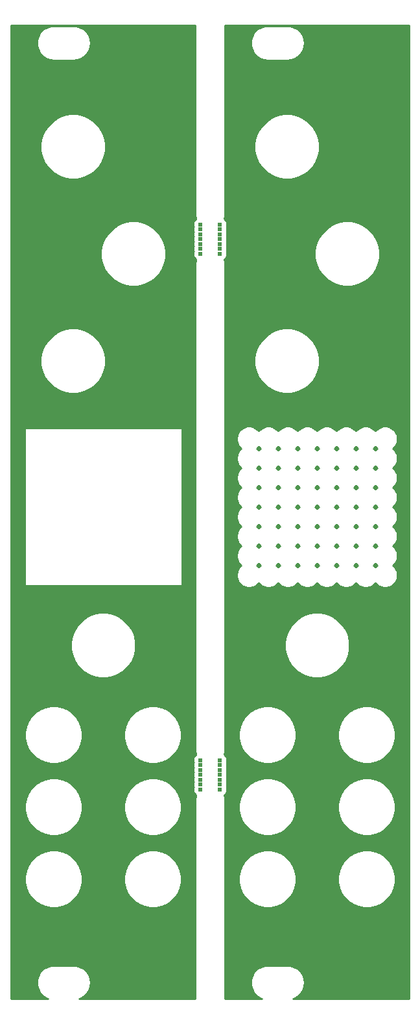
<source format=gbr>
G04 #@! TF.GenerationSoftware,KiCad,Pcbnew,(5.1.4)-1*
G04 #@! TF.CreationDate,2020-03-27T20:42:02+00:00*
G04 #@! TF.ProjectId,wagyu_front,77616779-755f-4667-926f-6e742e6b6963,rev?*
G04 #@! TF.SameCoordinates,Original*
G04 #@! TF.FileFunction,Copper,L1,Top*
G04 #@! TF.FilePolarity,Positive*
%FSLAX46Y46*%
G04 Gerber Fmt 4.6, Leading zero omitted, Abs format (unit mm)*
G04 Created by KiCad (PCBNEW (5.1.4)-1) date 2020-03-27 20:42:02*
%MOMM*%
%LPD*%
G04 APERTURE LIST*
%ADD10C,0.609600*%
%ADD11C,0.254000*%
G04 APERTURE END LIST*
D10*
X78740000Y-52070000D03*
X78740000Y-52705000D03*
X78740000Y-53340000D03*
X78740000Y-53975000D03*
X78740000Y-54610000D03*
X78740000Y-55245000D03*
X78740000Y-55880000D03*
X76200000Y-55880000D03*
X76200000Y-55245000D03*
X76200000Y-54610000D03*
X76200000Y-53975000D03*
X76200000Y-53340000D03*
X76200000Y-52705000D03*
X76200000Y-52070000D03*
X76200000Y-121920000D03*
X76200000Y-122555000D03*
X76200000Y-123190000D03*
X76200000Y-123825000D03*
X76200000Y-124460000D03*
X76200000Y-125095000D03*
X76200000Y-125730000D03*
X78740000Y-125730000D03*
X78740000Y-125095000D03*
X78740000Y-124460000D03*
X78740000Y-123825000D03*
X78740000Y-123190000D03*
X78740000Y-122555000D03*
X78740000Y-121920000D03*
D11*
G36*
X75540001Y-50832419D02*
G01*
X75543274Y-50865651D01*
X75543274Y-50882137D01*
X75544237Y-50891302D01*
X75571866Y-51137618D01*
X75584297Y-51196098D01*
X75595921Y-51254808D01*
X75598647Y-51263611D01*
X75619040Y-51327898D01*
X75600913Y-51340010D01*
X75470010Y-51470913D01*
X75367160Y-51624838D01*
X75296316Y-51795871D01*
X75260200Y-51977438D01*
X75260200Y-52162562D01*
X75296316Y-52344129D01*
X75314281Y-52387500D01*
X75296316Y-52430871D01*
X75260200Y-52612438D01*
X75260200Y-52797562D01*
X75296316Y-52979129D01*
X75314281Y-53022500D01*
X75296316Y-53065871D01*
X75260200Y-53247438D01*
X75260200Y-53432562D01*
X75296316Y-53614129D01*
X75314281Y-53657500D01*
X75296316Y-53700871D01*
X75260200Y-53882438D01*
X75260200Y-54067562D01*
X75296316Y-54249129D01*
X75314281Y-54292500D01*
X75296316Y-54335871D01*
X75260200Y-54517438D01*
X75260200Y-54702562D01*
X75296316Y-54884129D01*
X75314281Y-54927500D01*
X75296316Y-54970871D01*
X75260200Y-55152438D01*
X75260200Y-55337562D01*
X75296316Y-55519129D01*
X75314281Y-55562500D01*
X75296316Y-55605871D01*
X75260200Y-55787438D01*
X75260200Y-55972562D01*
X75296316Y-56154129D01*
X75367160Y-56325162D01*
X75470010Y-56479087D01*
X75600913Y-56609990D01*
X75619562Y-56622451D01*
X75592357Y-56712559D01*
X75580736Y-56771246D01*
X75568300Y-56829752D01*
X75567337Y-56838917D01*
X75543158Y-57085515D01*
X75540000Y-57117582D01*
X75540001Y-120682419D01*
X75543274Y-120715651D01*
X75543274Y-120732137D01*
X75544237Y-120741302D01*
X75571866Y-120987618D01*
X75584297Y-121046098D01*
X75595921Y-121104808D01*
X75598647Y-121113611D01*
X75619040Y-121177898D01*
X75600913Y-121190010D01*
X75470010Y-121320913D01*
X75367160Y-121474838D01*
X75296316Y-121645871D01*
X75260200Y-121827438D01*
X75260200Y-122012562D01*
X75296316Y-122194129D01*
X75314281Y-122237500D01*
X75296316Y-122280871D01*
X75260200Y-122462438D01*
X75260200Y-122647562D01*
X75296316Y-122829129D01*
X75314281Y-122872500D01*
X75296316Y-122915871D01*
X75260200Y-123097438D01*
X75260200Y-123282562D01*
X75296316Y-123464129D01*
X75314281Y-123507500D01*
X75296316Y-123550871D01*
X75260200Y-123732438D01*
X75260200Y-123917562D01*
X75296316Y-124099129D01*
X75314281Y-124142500D01*
X75296316Y-124185871D01*
X75260200Y-124367438D01*
X75260200Y-124552562D01*
X75296316Y-124734129D01*
X75314281Y-124777500D01*
X75296316Y-124820871D01*
X75260200Y-125002438D01*
X75260200Y-125187562D01*
X75296316Y-125369129D01*
X75314281Y-125412500D01*
X75296316Y-125455871D01*
X75260200Y-125637438D01*
X75260200Y-125822562D01*
X75296316Y-126004129D01*
X75367160Y-126175162D01*
X75470010Y-126329087D01*
X75600913Y-126459990D01*
X75619562Y-126472451D01*
X75592357Y-126562559D01*
X75580736Y-126621246D01*
X75568300Y-126679752D01*
X75567337Y-126688917D01*
X75543150Y-126935595D01*
X75543150Y-126935608D01*
X75540001Y-126967581D01*
X75540000Y-153010000D01*
X60353601Y-153010000D01*
X60469436Y-152974862D01*
X60857707Y-152767326D01*
X61198030Y-152488030D01*
X61477326Y-152147707D01*
X61684862Y-151759436D01*
X61812661Y-151338137D01*
X61855814Y-150900000D01*
X61812661Y-150461863D01*
X61684862Y-150040564D01*
X61477326Y-149652293D01*
X61198030Y-149311970D01*
X60857707Y-149032674D01*
X60469436Y-148825138D01*
X60048137Y-148697339D01*
X59719796Y-148665000D01*
X56960204Y-148665000D01*
X56631863Y-148697339D01*
X56210564Y-148825138D01*
X55822293Y-149032674D01*
X55481970Y-149311970D01*
X55202674Y-149652293D01*
X54995138Y-150040564D01*
X54867339Y-150461863D01*
X54824186Y-150900000D01*
X54867339Y-151338137D01*
X54995138Y-151759436D01*
X55202674Y-152147707D01*
X55481970Y-152488030D01*
X55822293Y-152767326D01*
X56210564Y-152974862D01*
X56326399Y-153010000D01*
X51460000Y-153010000D01*
X51460000Y-137043495D01*
X53261202Y-137043495D01*
X53261202Y-137784505D01*
X53405766Y-138511276D01*
X53689338Y-139195880D01*
X54101020Y-139812007D01*
X54624993Y-140335980D01*
X55241120Y-140747662D01*
X55925724Y-141031234D01*
X56652495Y-141175798D01*
X57393505Y-141175798D01*
X58120276Y-141031234D01*
X58804880Y-140747662D01*
X59421007Y-140335980D01*
X59944980Y-139812007D01*
X60356662Y-139195880D01*
X60640234Y-138511276D01*
X60784798Y-137784505D01*
X60784798Y-137043495D01*
X66215202Y-137043495D01*
X66215202Y-137784505D01*
X66359766Y-138511276D01*
X66643338Y-139195880D01*
X67055020Y-139812007D01*
X67578993Y-140335980D01*
X68195120Y-140747662D01*
X68879724Y-141031234D01*
X69606495Y-141175798D01*
X70347505Y-141175798D01*
X71074276Y-141031234D01*
X71758880Y-140747662D01*
X72375007Y-140335980D01*
X72898980Y-139812007D01*
X73310662Y-139195880D01*
X73594234Y-138511276D01*
X73738798Y-137784505D01*
X73738798Y-137043495D01*
X73594234Y-136316724D01*
X73310662Y-135632120D01*
X72898980Y-135015993D01*
X72375007Y-134492020D01*
X71758880Y-134080338D01*
X71074276Y-133796766D01*
X70347505Y-133652202D01*
X69606495Y-133652202D01*
X68879724Y-133796766D01*
X68195120Y-134080338D01*
X67578993Y-134492020D01*
X67055020Y-135015993D01*
X66643338Y-135632120D01*
X66359766Y-136316724D01*
X66215202Y-137043495D01*
X60784798Y-137043495D01*
X60640234Y-136316724D01*
X60356662Y-135632120D01*
X59944980Y-135015993D01*
X59421007Y-134492020D01*
X58804880Y-134080338D01*
X58120276Y-133796766D01*
X57393505Y-133652202D01*
X56652495Y-133652202D01*
X55925724Y-133796766D01*
X55241120Y-134080338D01*
X54624993Y-134492020D01*
X54101020Y-135015993D01*
X53689338Y-135632120D01*
X53405766Y-136316724D01*
X53261202Y-137043495D01*
X51460000Y-137043495D01*
X51460000Y-127645495D01*
X53261202Y-127645495D01*
X53261202Y-128386505D01*
X53405766Y-129113276D01*
X53689338Y-129797880D01*
X54101020Y-130414007D01*
X54624993Y-130937980D01*
X55241120Y-131349662D01*
X55925724Y-131633234D01*
X56652495Y-131777798D01*
X57393505Y-131777798D01*
X58120276Y-131633234D01*
X58804880Y-131349662D01*
X59421007Y-130937980D01*
X59944980Y-130414007D01*
X60356662Y-129797880D01*
X60640234Y-129113276D01*
X60784798Y-128386505D01*
X60784798Y-127645495D01*
X66215202Y-127645495D01*
X66215202Y-128386505D01*
X66359766Y-129113276D01*
X66643338Y-129797880D01*
X67055020Y-130414007D01*
X67578993Y-130937980D01*
X68195120Y-131349662D01*
X68879724Y-131633234D01*
X69606495Y-131777798D01*
X70347505Y-131777798D01*
X71074276Y-131633234D01*
X71758880Y-131349662D01*
X72375007Y-130937980D01*
X72898980Y-130414007D01*
X73310662Y-129797880D01*
X73594234Y-129113276D01*
X73738798Y-128386505D01*
X73738798Y-127645495D01*
X73594234Y-126918724D01*
X73310662Y-126234120D01*
X72898980Y-125617993D01*
X72375007Y-125094020D01*
X71758880Y-124682338D01*
X71074276Y-124398766D01*
X70347505Y-124254202D01*
X69606495Y-124254202D01*
X68879724Y-124398766D01*
X68195120Y-124682338D01*
X67578993Y-125094020D01*
X67055020Y-125617993D01*
X66643338Y-126234120D01*
X66359766Y-126918724D01*
X66215202Y-127645495D01*
X60784798Y-127645495D01*
X60640234Y-126918724D01*
X60356662Y-126234120D01*
X59944980Y-125617993D01*
X59421007Y-125094020D01*
X58804880Y-124682338D01*
X58120276Y-124398766D01*
X57393505Y-124254202D01*
X56652495Y-124254202D01*
X55925724Y-124398766D01*
X55241120Y-124682338D01*
X54624993Y-125094020D01*
X54101020Y-125617993D01*
X53689338Y-126234120D01*
X53405766Y-126918724D01*
X53261202Y-127645495D01*
X51460000Y-127645495D01*
X51460000Y-118247495D01*
X53261202Y-118247495D01*
X53261202Y-118988505D01*
X53405766Y-119715276D01*
X53689338Y-120399880D01*
X54101020Y-121016007D01*
X54624993Y-121539980D01*
X55241120Y-121951662D01*
X55925724Y-122235234D01*
X56652495Y-122379798D01*
X57393505Y-122379798D01*
X58120276Y-122235234D01*
X58804880Y-121951662D01*
X59421007Y-121539980D01*
X59944980Y-121016007D01*
X60356662Y-120399880D01*
X60640234Y-119715276D01*
X60784798Y-118988505D01*
X60784798Y-118247495D01*
X66215202Y-118247495D01*
X66215202Y-118988505D01*
X66359766Y-119715276D01*
X66643338Y-120399880D01*
X67055020Y-121016007D01*
X67578993Y-121539980D01*
X68195120Y-121951662D01*
X68879724Y-122235234D01*
X69606495Y-122379798D01*
X70347505Y-122379798D01*
X71074276Y-122235234D01*
X71758880Y-121951662D01*
X72375007Y-121539980D01*
X72898980Y-121016007D01*
X73310662Y-120399880D01*
X73594234Y-119715276D01*
X73738798Y-118988505D01*
X73738798Y-118247495D01*
X73594234Y-117520724D01*
X73310662Y-116836120D01*
X72898980Y-116219993D01*
X72375007Y-115696020D01*
X71758880Y-115284338D01*
X71074276Y-115000766D01*
X70347505Y-114856202D01*
X69606495Y-114856202D01*
X68879724Y-115000766D01*
X68195120Y-115284338D01*
X67578993Y-115696020D01*
X67055020Y-116219993D01*
X66643338Y-116836120D01*
X66359766Y-117520724D01*
X66215202Y-118247495D01*
X60784798Y-118247495D01*
X60640234Y-117520724D01*
X60356662Y-116836120D01*
X59944980Y-116219993D01*
X59421007Y-115696020D01*
X58804880Y-115284338D01*
X58120276Y-115000766D01*
X57393505Y-114856202D01*
X56652495Y-114856202D01*
X55925724Y-115000766D01*
X55241120Y-115284338D01*
X54624993Y-115696020D01*
X54101020Y-116219993D01*
X53689338Y-116836120D01*
X53405766Y-117520724D01*
X53261202Y-118247495D01*
X51460000Y-118247495D01*
X51460000Y-106520487D01*
X59240609Y-106520487D01*
X59240609Y-107359513D01*
X59404295Y-108182418D01*
X59725377Y-108957578D01*
X60191515Y-109655203D01*
X60784797Y-110248485D01*
X61482422Y-110714623D01*
X62257582Y-111035705D01*
X63080487Y-111199391D01*
X63919513Y-111199391D01*
X64742418Y-111035705D01*
X65517578Y-110714623D01*
X66215203Y-110248485D01*
X66808485Y-109655203D01*
X67274623Y-108957578D01*
X67595705Y-108182418D01*
X67759391Y-107359513D01*
X67759391Y-106520487D01*
X67595705Y-105697582D01*
X67274623Y-104922422D01*
X66808485Y-104224797D01*
X66215203Y-103631515D01*
X65517578Y-103165377D01*
X64742418Y-102844295D01*
X63919513Y-102680609D01*
X63080487Y-102680609D01*
X62257582Y-102844295D01*
X61482422Y-103165377D01*
X60784797Y-103631515D01*
X60191515Y-104224797D01*
X59725377Y-104922422D01*
X59404295Y-105697582D01*
X59240609Y-106520487D01*
X51460000Y-106520487D01*
X51460000Y-78740000D01*
X53213000Y-78740000D01*
X53213000Y-99060000D01*
X53215440Y-99084776D01*
X53222667Y-99108601D01*
X53234403Y-99130557D01*
X53250197Y-99149803D01*
X53269443Y-99165597D01*
X53291399Y-99177333D01*
X53315224Y-99184560D01*
X53340000Y-99187000D01*
X73660000Y-99187000D01*
X73684776Y-99184560D01*
X73708601Y-99177333D01*
X73730557Y-99165597D01*
X73749803Y-99149803D01*
X73765597Y-99130557D01*
X73777333Y-99108601D01*
X73784560Y-99084776D01*
X73787000Y-99060000D01*
X73787000Y-78740000D01*
X73784560Y-78715224D01*
X73777333Y-78691399D01*
X73765597Y-78669443D01*
X73749803Y-78650197D01*
X73730557Y-78634403D01*
X73708601Y-78622667D01*
X73684776Y-78615440D01*
X73660000Y-78613000D01*
X53340000Y-78613000D01*
X53315224Y-78615440D01*
X53291399Y-78622667D01*
X53269443Y-78634403D01*
X53250197Y-78650197D01*
X53234403Y-78669443D01*
X53222667Y-78691399D01*
X53215440Y-78715224D01*
X53213000Y-78740000D01*
X51460000Y-78740000D01*
X51460000Y-69430487D01*
X55303609Y-69430487D01*
X55303609Y-70269513D01*
X55467295Y-71092418D01*
X55788377Y-71867578D01*
X56254515Y-72565203D01*
X56847797Y-73158485D01*
X57545422Y-73624623D01*
X58320582Y-73945705D01*
X59143487Y-74109391D01*
X59982513Y-74109391D01*
X60805418Y-73945705D01*
X61580578Y-73624623D01*
X62278203Y-73158485D01*
X62871485Y-72565203D01*
X63337623Y-71867578D01*
X63658705Y-71092418D01*
X63822391Y-70269513D01*
X63822391Y-69430487D01*
X63658705Y-68607582D01*
X63337623Y-67832422D01*
X62871485Y-67134797D01*
X62278203Y-66541515D01*
X61580578Y-66075377D01*
X60805418Y-65754295D01*
X59982513Y-65590609D01*
X59143487Y-65590609D01*
X58320582Y-65754295D01*
X57545422Y-66075377D01*
X56847797Y-66541515D01*
X56254515Y-67134797D01*
X55788377Y-67832422D01*
X55467295Y-68607582D01*
X55303609Y-69430487D01*
X51460000Y-69430487D01*
X51460000Y-55460487D01*
X63177609Y-55460487D01*
X63177609Y-56299513D01*
X63341295Y-57122418D01*
X63662377Y-57897578D01*
X64128515Y-58595203D01*
X64721797Y-59188485D01*
X65419422Y-59654623D01*
X66194582Y-59975705D01*
X67017487Y-60139391D01*
X67856513Y-60139391D01*
X68679418Y-59975705D01*
X69454578Y-59654623D01*
X70152203Y-59188485D01*
X70745485Y-58595203D01*
X71211623Y-57897578D01*
X71532705Y-57122418D01*
X71696391Y-56299513D01*
X71696391Y-55460487D01*
X71532705Y-54637582D01*
X71211623Y-53862422D01*
X70745485Y-53164797D01*
X70152203Y-52571515D01*
X69454578Y-52105377D01*
X68679418Y-51784295D01*
X67856513Y-51620609D01*
X67017487Y-51620609D01*
X66194582Y-51784295D01*
X65419422Y-52105377D01*
X64721797Y-52571515D01*
X64128515Y-53164797D01*
X63662377Y-53862422D01*
X63341295Y-54637582D01*
X63177609Y-55460487D01*
X51460000Y-55460487D01*
X51460000Y-41490487D01*
X55303609Y-41490487D01*
X55303609Y-42329513D01*
X55467295Y-43152418D01*
X55788377Y-43927578D01*
X56254515Y-44625203D01*
X56847797Y-45218485D01*
X57545422Y-45684623D01*
X58320582Y-46005705D01*
X59143487Y-46169391D01*
X59982513Y-46169391D01*
X60805418Y-46005705D01*
X61580578Y-45684623D01*
X62278203Y-45218485D01*
X62871485Y-44625203D01*
X63337623Y-43927578D01*
X63658705Y-43152418D01*
X63822391Y-42329513D01*
X63822391Y-41490487D01*
X63658705Y-40667582D01*
X63337623Y-39892422D01*
X62871485Y-39194797D01*
X62278203Y-38601515D01*
X61580578Y-38135377D01*
X60805418Y-37814295D01*
X59982513Y-37650609D01*
X59143487Y-37650609D01*
X58320582Y-37814295D01*
X57545422Y-38135377D01*
X56847797Y-38601515D01*
X56254515Y-39194797D01*
X55788377Y-39892422D01*
X55467295Y-40667582D01*
X55303609Y-41490487D01*
X51460000Y-41490487D01*
X51460000Y-28400000D01*
X54824186Y-28400000D01*
X54867339Y-28838137D01*
X54995138Y-29259436D01*
X55202674Y-29647707D01*
X55481970Y-29988030D01*
X55822293Y-30267326D01*
X56210564Y-30474862D01*
X56631863Y-30602661D01*
X56960204Y-30635000D01*
X59719796Y-30635000D01*
X60048137Y-30602661D01*
X60469436Y-30474862D01*
X60857707Y-30267326D01*
X61198030Y-29988030D01*
X61477326Y-29647707D01*
X61684862Y-29259436D01*
X61812661Y-28838137D01*
X61855814Y-28400000D01*
X61812661Y-27961863D01*
X61684862Y-27540564D01*
X61477326Y-27152293D01*
X61198030Y-26811970D01*
X60857707Y-26532674D01*
X60469436Y-26325138D01*
X60048137Y-26197339D01*
X59719796Y-26165000D01*
X56960204Y-26165000D01*
X56631863Y-26197339D01*
X56210564Y-26325138D01*
X55822293Y-26532674D01*
X55481970Y-26811970D01*
X55202674Y-27152293D01*
X54995138Y-27540564D01*
X54867339Y-27961863D01*
X54824186Y-28400000D01*
X51460000Y-28400000D01*
X51460000Y-26060000D01*
X75540000Y-26060000D01*
X75540001Y-50832419D01*
X75540001Y-50832419D01*
G37*
X75540001Y-50832419D02*
X75543274Y-50865651D01*
X75543274Y-50882137D01*
X75544237Y-50891302D01*
X75571866Y-51137618D01*
X75584297Y-51196098D01*
X75595921Y-51254808D01*
X75598647Y-51263611D01*
X75619040Y-51327898D01*
X75600913Y-51340010D01*
X75470010Y-51470913D01*
X75367160Y-51624838D01*
X75296316Y-51795871D01*
X75260200Y-51977438D01*
X75260200Y-52162562D01*
X75296316Y-52344129D01*
X75314281Y-52387500D01*
X75296316Y-52430871D01*
X75260200Y-52612438D01*
X75260200Y-52797562D01*
X75296316Y-52979129D01*
X75314281Y-53022500D01*
X75296316Y-53065871D01*
X75260200Y-53247438D01*
X75260200Y-53432562D01*
X75296316Y-53614129D01*
X75314281Y-53657500D01*
X75296316Y-53700871D01*
X75260200Y-53882438D01*
X75260200Y-54067562D01*
X75296316Y-54249129D01*
X75314281Y-54292500D01*
X75296316Y-54335871D01*
X75260200Y-54517438D01*
X75260200Y-54702562D01*
X75296316Y-54884129D01*
X75314281Y-54927500D01*
X75296316Y-54970871D01*
X75260200Y-55152438D01*
X75260200Y-55337562D01*
X75296316Y-55519129D01*
X75314281Y-55562500D01*
X75296316Y-55605871D01*
X75260200Y-55787438D01*
X75260200Y-55972562D01*
X75296316Y-56154129D01*
X75367160Y-56325162D01*
X75470010Y-56479087D01*
X75600913Y-56609990D01*
X75619562Y-56622451D01*
X75592357Y-56712559D01*
X75580736Y-56771246D01*
X75568300Y-56829752D01*
X75567337Y-56838917D01*
X75543158Y-57085515D01*
X75540000Y-57117582D01*
X75540001Y-120682419D01*
X75543274Y-120715651D01*
X75543274Y-120732137D01*
X75544237Y-120741302D01*
X75571866Y-120987618D01*
X75584297Y-121046098D01*
X75595921Y-121104808D01*
X75598647Y-121113611D01*
X75619040Y-121177898D01*
X75600913Y-121190010D01*
X75470010Y-121320913D01*
X75367160Y-121474838D01*
X75296316Y-121645871D01*
X75260200Y-121827438D01*
X75260200Y-122012562D01*
X75296316Y-122194129D01*
X75314281Y-122237500D01*
X75296316Y-122280871D01*
X75260200Y-122462438D01*
X75260200Y-122647562D01*
X75296316Y-122829129D01*
X75314281Y-122872500D01*
X75296316Y-122915871D01*
X75260200Y-123097438D01*
X75260200Y-123282562D01*
X75296316Y-123464129D01*
X75314281Y-123507500D01*
X75296316Y-123550871D01*
X75260200Y-123732438D01*
X75260200Y-123917562D01*
X75296316Y-124099129D01*
X75314281Y-124142500D01*
X75296316Y-124185871D01*
X75260200Y-124367438D01*
X75260200Y-124552562D01*
X75296316Y-124734129D01*
X75314281Y-124777500D01*
X75296316Y-124820871D01*
X75260200Y-125002438D01*
X75260200Y-125187562D01*
X75296316Y-125369129D01*
X75314281Y-125412500D01*
X75296316Y-125455871D01*
X75260200Y-125637438D01*
X75260200Y-125822562D01*
X75296316Y-126004129D01*
X75367160Y-126175162D01*
X75470010Y-126329087D01*
X75600913Y-126459990D01*
X75619562Y-126472451D01*
X75592357Y-126562559D01*
X75580736Y-126621246D01*
X75568300Y-126679752D01*
X75567337Y-126688917D01*
X75543150Y-126935595D01*
X75543150Y-126935608D01*
X75540001Y-126967581D01*
X75540000Y-153010000D01*
X60353601Y-153010000D01*
X60469436Y-152974862D01*
X60857707Y-152767326D01*
X61198030Y-152488030D01*
X61477326Y-152147707D01*
X61684862Y-151759436D01*
X61812661Y-151338137D01*
X61855814Y-150900000D01*
X61812661Y-150461863D01*
X61684862Y-150040564D01*
X61477326Y-149652293D01*
X61198030Y-149311970D01*
X60857707Y-149032674D01*
X60469436Y-148825138D01*
X60048137Y-148697339D01*
X59719796Y-148665000D01*
X56960204Y-148665000D01*
X56631863Y-148697339D01*
X56210564Y-148825138D01*
X55822293Y-149032674D01*
X55481970Y-149311970D01*
X55202674Y-149652293D01*
X54995138Y-150040564D01*
X54867339Y-150461863D01*
X54824186Y-150900000D01*
X54867339Y-151338137D01*
X54995138Y-151759436D01*
X55202674Y-152147707D01*
X55481970Y-152488030D01*
X55822293Y-152767326D01*
X56210564Y-152974862D01*
X56326399Y-153010000D01*
X51460000Y-153010000D01*
X51460000Y-137043495D01*
X53261202Y-137043495D01*
X53261202Y-137784505D01*
X53405766Y-138511276D01*
X53689338Y-139195880D01*
X54101020Y-139812007D01*
X54624993Y-140335980D01*
X55241120Y-140747662D01*
X55925724Y-141031234D01*
X56652495Y-141175798D01*
X57393505Y-141175798D01*
X58120276Y-141031234D01*
X58804880Y-140747662D01*
X59421007Y-140335980D01*
X59944980Y-139812007D01*
X60356662Y-139195880D01*
X60640234Y-138511276D01*
X60784798Y-137784505D01*
X60784798Y-137043495D01*
X66215202Y-137043495D01*
X66215202Y-137784505D01*
X66359766Y-138511276D01*
X66643338Y-139195880D01*
X67055020Y-139812007D01*
X67578993Y-140335980D01*
X68195120Y-140747662D01*
X68879724Y-141031234D01*
X69606495Y-141175798D01*
X70347505Y-141175798D01*
X71074276Y-141031234D01*
X71758880Y-140747662D01*
X72375007Y-140335980D01*
X72898980Y-139812007D01*
X73310662Y-139195880D01*
X73594234Y-138511276D01*
X73738798Y-137784505D01*
X73738798Y-137043495D01*
X73594234Y-136316724D01*
X73310662Y-135632120D01*
X72898980Y-135015993D01*
X72375007Y-134492020D01*
X71758880Y-134080338D01*
X71074276Y-133796766D01*
X70347505Y-133652202D01*
X69606495Y-133652202D01*
X68879724Y-133796766D01*
X68195120Y-134080338D01*
X67578993Y-134492020D01*
X67055020Y-135015993D01*
X66643338Y-135632120D01*
X66359766Y-136316724D01*
X66215202Y-137043495D01*
X60784798Y-137043495D01*
X60640234Y-136316724D01*
X60356662Y-135632120D01*
X59944980Y-135015993D01*
X59421007Y-134492020D01*
X58804880Y-134080338D01*
X58120276Y-133796766D01*
X57393505Y-133652202D01*
X56652495Y-133652202D01*
X55925724Y-133796766D01*
X55241120Y-134080338D01*
X54624993Y-134492020D01*
X54101020Y-135015993D01*
X53689338Y-135632120D01*
X53405766Y-136316724D01*
X53261202Y-137043495D01*
X51460000Y-137043495D01*
X51460000Y-127645495D01*
X53261202Y-127645495D01*
X53261202Y-128386505D01*
X53405766Y-129113276D01*
X53689338Y-129797880D01*
X54101020Y-130414007D01*
X54624993Y-130937980D01*
X55241120Y-131349662D01*
X55925724Y-131633234D01*
X56652495Y-131777798D01*
X57393505Y-131777798D01*
X58120276Y-131633234D01*
X58804880Y-131349662D01*
X59421007Y-130937980D01*
X59944980Y-130414007D01*
X60356662Y-129797880D01*
X60640234Y-129113276D01*
X60784798Y-128386505D01*
X60784798Y-127645495D01*
X66215202Y-127645495D01*
X66215202Y-128386505D01*
X66359766Y-129113276D01*
X66643338Y-129797880D01*
X67055020Y-130414007D01*
X67578993Y-130937980D01*
X68195120Y-131349662D01*
X68879724Y-131633234D01*
X69606495Y-131777798D01*
X70347505Y-131777798D01*
X71074276Y-131633234D01*
X71758880Y-131349662D01*
X72375007Y-130937980D01*
X72898980Y-130414007D01*
X73310662Y-129797880D01*
X73594234Y-129113276D01*
X73738798Y-128386505D01*
X73738798Y-127645495D01*
X73594234Y-126918724D01*
X73310662Y-126234120D01*
X72898980Y-125617993D01*
X72375007Y-125094020D01*
X71758880Y-124682338D01*
X71074276Y-124398766D01*
X70347505Y-124254202D01*
X69606495Y-124254202D01*
X68879724Y-124398766D01*
X68195120Y-124682338D01*
X67578993Y-125094020D01*
X67055020Y-125617993D01*
X66643338Y-126234120D01*
X66359766Y-126918724D01*
X66215202Y-127645495D01*
X60784798Y-127645495D01*
X60640234Y-126918724D01*
X60356662Y-126234120D01*
X59944980Y-125617993D01*
X59421007Y-125094020D01*
X58804880Y-124682338D01*
X58120276Y-124398766D01*
X57393505Y-124254202D01*
X56652495Y-124254202D01*
X55925724Y-124398766D01*
X55241120Y-124682338D01*
X54624993Y-125094020D01*
X54101020Y-125617993D01*
X53689338Y-126234120D01*
X53405766Y-126918724D01*
X53261202Y-127645495D01*
X51460000Y-127645495D01*
X51460000Y-118247495D01*
X53261202Y-118247495D01*
X53261202Y-118988505D01*
X53405766Y-119715276D01*
X53689338Y-120399880D01*
X54101020Y-121016007D01*
X54624993Y-121539980D01*
X55241120Y-121951662D01*
X55925724Y-122235234D01*
X56652495Y-122379798D01*
X57393505Y-122379798D01*
X58120276Y-122235234D01*
X58804880Y-121951662D01*
X59421007Y-121539980D01*
X59944980Y-121016007D01*
X60356662Y-120399880D01*
X60640234Y-119715276D01*
X60784798Y-118988505D01*
X60784798Y-118247495D01*
X66215202Y-118247495D01*
X66215202Y-118988505D01*
X66359766Y-119715276D01*
X66643338Y-120399880D01*
X67055020Y-121016007D01*
X67578993Y-121539980D01*
X68195120Y-121951662D01*
X68879724Y-122235234D01*
X69606495Y-122379798D01*
X70347505Y-122379798D01*
X71074276Y-122235234D01*
X71758880Y-121951662D01*
X72375007Y-121539980D01*
X72898980Y-121016007D01*
X73310662Y-120399880D01*
X73594234Y-119715276D01*
X73738798Y-118988505D01*
X73738798Y-118247495D01*
X73594234Y-117520724D01*
X73310662Y-116836120D01*
X72898980Y-116219993D01*
X72375007Y-115696020D01*
X71758880Y-115284338D01*
X71074276Y-115000766D01*
X70347505Y-114856202D01*
X69606495Y-114856202D01*
X68879724Y-115000766D01*
X68195120Y-115284338D01*
X67578993Y-115696020D01*
X67055020Y-116219993D01*
X66643338Y-116836120D01*
X66359766Y-117520724D01*
X66215202Y-118247495D01*
X60784798Y-118247495D01*
X60640234Y-117520724D01*
X60356662Y-116836120D01*
X59944980Y-116219993D01*
X59421007Y-115696020D01*
X58804880Y-115284338D01*
X58120276Y-115000766D01*
X57393505Y-114856202D01*
X56652495Y-114856202D01*
X55925724Y-115000766D01*
X55241120Y-115284338D01*
X54624993Y-115696020D01*
X54101020Y-116219993D01*
X53689338Y-116836120D01*
X53405766Y-117520724D01*
X53261202Y-118247495D01*
X51460000Y-118247495D01*
X51460000Y-106520487D01*
X59240609Y-106520487D01*
X59240609Y-107359513D01*
X59404295Y-108182418D01*
X59725377Y-108957578D01*
X60191515Y-109655203D01*
X60784797Y-110248485D01*
X61482422Y-110714623D01*
X62257582Y-111035705D01*
X63080487Y-111199391D01*
X63919513Y-111199391D01*
X64742418Y-111035705D01*
X65517578Y-110714623D01*
X66215203Y-110248485D01*
X66808485Y-109655203D01*
X67274623Y-108957578D01*
X67595705Y-108182418D01*
X67759391Y-107359513D01*
X67759391Y-106520487D01*
X67595705Y-105697582D01*
X67274623Y-104922422D01*
X66808485Y-104224797D01*
X66215203Y-103631515D01*
X65517578Y-103165377D01*
X64742418Y-102844295D01*
X63919513Y-102680609D01*
X63080487Y-102680609D01*
X62257582Y-102844295D01*
X61482422Y-103165377D01*
X60784797Y-103631515D01*
X60191515Y-104224797D01*
X59725377Y-104922422D01*
X59404295Y-105697582D01*
X59240609Y-106520487D01*
X51460000Y-106520487D01*
X51460000Y-78740000D01*
X53213000Y-78740000D01*
X53213000Y-99060000D01*
X53215440Y-99084776D01*
X53222667Y-99108601D01*
X53234403Y-99130557D01*
X53250197Y-99149803D01*
X53269443Y-99165597D01*
X53291399Y-99177333D01*
X53315224Y-99184560D01*
X53340000Y-99187000D01*
X73660000Y-99187000D01*
X73684776Y-99184560D01*
X73708601Y-99177333D01*
X73730557Y-99165597D01*
X73749803Y-99149803D01*
X73765597Y-99130557D01*
X73777333Y-99108601D01*
X73784560Y-99084776D01*
X73787000Y-99060000D01*
X73787000Y-78740000D01*
X73784560Y-78715224D01*
X73777333Y-78691399D01*
X73765597Y-78669443D01*
X73749803Y-78650197D01*
X73730557Y-78634403D01*
X73708601Y-78622667D01*
X73684776Y-78615440D01*
X73660000Y-78613000D01*
X53340000Y-78613000D01*
X53315224Y-78615440D01*
X53291399Y-78622667D01*
X53269443Y-78634403D01*
X53250197Y-78650197D01*
X53234403Y-78669443D01*
X53222667Y-78691399D01*
X53215440Y-78715224D01*
X53213000Y-78740000D01*
X51460000Y-78740000D01*
X51460000Y-69430487D01*
X55303609Y-69430487D01*
X55303609Y-70269513D01*
X55467295Y-71092418D01*
X55788377Y-71867578D01*
X56254515Y-72565203D01*
X56847797Y-73158485D01*
X57545422Y-73624623D01*
X58320582Y-73945705D01*
X59143487Y-74109391D01*
X59982513Y-74109391D01*
X60805418Y-73945705D01*
X61580578Y-73624623D01*
X62278203Y-73158485D01*
X62871485Y-72565203D01*
X63337623Y-71867578D01*
X63658705Y-71092418D01*
X63822391Y-70269513D01*
X63822391Y-69430487D01*
X63658705Y-68607582D01*
X63337623Y-67832422D01*
X62871485Y-67134797D01*
X62278203Y-66541515D01*
X61580578Y-66075377D01*
X60805418Y-65754295D01*
X59982513Y-65590609D01*
X59143487Y-65590609D01*
X58320582Y-65754295D01*
X57545422Y-66075377D01*
X56847797Y-66541515D01*
X56254515Y-67134797D01*
X55788377Y-67832422D01*
X55467295Y-68607582D01*
X55303609Y-69430487D01*
X51460000Y-69430487D01*
X51460000Y-55460487D01*
X63177609Y-55460487D01*
X63177609Y-56299513D01*
X63341295Y-57122418D01*
X63662377Y-57897578D01*
X64128515Y-58595203D01*
X64721797Y-59188485D01*
X65419422Y-59654623D01*
X66194582Y-59975705D01*
X67017487Y-60139391D01*
X67856513Y-60139391D01*
X68679418Y-59975705D01*
X69454578Y-59654623D01*
X70152203Y-59188485D01*
X70745485Y-58595203D01*
X71211623Y-57897578D01*
X71532705Y-57122418D01*
X71696391Y-56299513D01*
X71696391Y-55460487D01*
X71532705Y-54637582D01*
X71211623Y-53862422D01*
X70745485Y-53164797D01*
X70152203Y-52571515D01*
X69454578Y-52105377D01*
X68679418Y-51784295D01*
X67856513Y-51620609D01*
X67017487Y-51620609D01*
X66194582Y-51784295D01*
X65419422Y-52105377D01*
X64721797Y-52571515D01*
X64128515Y-53164797D01*
X63662377Y-53862422D01*
X63341295Y-54637582D01*
X63177609Y-55460487D01*
X51460000Y-55460487D01*
X51460000Y-41490487D01*
X55303609Y-41490487D01*
X55303609Y-42329513D01*
X55467295Y-43152418D01*
X55788377Y-43927578D01*
X56254515Y-44625203D01*
X56847797Y-45218485D01*
X57545422Y-45684623D01*
X58320582Y-46005705D01*
X59143487Y-46169391D01*
X59982513Y-46169391D01*
X60805418Y-46005705D01*
X61580578Y-45684623D01*
X62278203Y-45218485D01*
X62871485Y-44625203D01*
X63337623Y-43927578D01*
X63658705Y-43152418D01*
X63822391Y-42329513D01*
X63822391Y-41490487D01*
X63658705Y-40667582D01*
X63337623Y-39892422D01*
X62871485Y-39194797D01*
X62278203Y-38601515D01*
X61580578Y-38135377D01*
X60805418Y-37814295D01*
X59982513Y-37650609D01*
X59143487Y-37650609D01*
X58320582Y-37814295D01*
X57545422Y-38135377D01*
X56847797Y-38601515D01*
X56254515Y-39194797D01*
X55788377Y-39892422D01*
X55467295Y-40667582D01*
X55303609Y-41490487D01*
X51460000Y-41490487D01*
X51460000Y-28400000D01*
X54824186Y-28400000D01*
X54867339Y-28838137D01*
X54995138Y-29259436D01*
X55202674Y-29647707D01*
X55481970Y-29988030D01*
X55822293Y-30267326D01*
X56210564Y-30474862D01*
X56631863Y-30602661D01*
X56960204Y-30635000D01*
X59719796Y-30635000D01*
X60048137Y-30602661D01*
X60469436Y-30474862D01*
X60857707Y-30267326D01*
X61198030Y-29988030D01*
X61477326Y-29647707D01*
X61684862Y-29259436D01*
X61812661Y-28838137D01*
X61855814Y-28400000D01*
X61812661Y-27961863D01*
X61684862Y-27540564D01*
X61477326Y-27152293D01*
X61198030Y-26811970D01*
X60857707Y-26532674D01*
X60469436Y-26325138D01*
X60048137Y-26197339D01*
X59719796Y-26165000D01*
X56960204Y-26165000D01*
X56631863Y-26197339D01*
X56210564Y-26325138D01*
X55822293Y-26532674D01*
X55481970Y-26811970D01*
X55202674Y-27152293D01*
X54995138Y-27540564D01*
X54867339Y-27961863D01*
X54824186Y-28400000D01*
X51460000Y-28400000D01*
X51460000Y-26060000D01*
X75540000Y-26060000D01*
X75540001Y-50832419D01*
G36*
X103480001Y-153010000D02*
G01*
X88293601Y-153010000D01*
X88409436Y-152974862D01*
X88797707Y-152767326D01*
X89138030Y-152488030D01*
X89417326Y-152147707D01*
X89624862Y-151759436D01*
X89752661Y-151338137D01*
X89795814Y-150900000D01*
X89752661Y-150461863D01*
X89624862Y-150040564D01*
X89417326Y-149652293D01*
X89138030Y-149311970D01*
X88797707Y-149032674D01*
X88409436Y-148825138D01*
X87988137Y-148697339D01*
X87659796Y-148665000D01*
X84900204Y-148665000D01*
X84571863Y-148697339D01*
X84150564Y-148825138D01*
X83762293Y-149032674D01*
X83421970Y-149311970D01*
X83142674Y-149652293D01*
X82935138Y-150040564D01*
X82807339Y-150461863D01*
X82764186Y-150900000D01*
X82807339Y-151338137D01*
X82935138Y-151759436D01*
X83142674Y-152147707D01*
X83421970Y-152488030D01*
X83762293Y-152767326D01*
X84150564Y-152974862D01*
X84266399Y-153010000D01*
X79400000Y-153010000D01*
X79400000Y-137043495D01*
X81201202Y-137043495D01*
X81201202Y-137784505D01*
X81345766Y-138511276D01*
X81629338Y-139195880D01*
X82041020Y-139812007D01*
X82564993Y-140335980D01*
X83181120Y-140747662D01*
X83865724Y-141031234D01*
X84592495Y-141175798D01*
X85333505Y-141175798D01*
X86060276Y-141031234D01*
X86744880Y-140747662D01*
X87361007Y-140335980D01*
X87884980Y-139812007D01*
X88296662Y-139195880D01*
X88580234Y-138511276D01*
X88724798Y-137784505D01*
X88724798Y-137043495D01*
X94155202Y-137043495D01*
X94155202Y-137784505D01*
X94299766Y-138511276D01*
X94583338Y-139195880D01*
X94995020Y-139812007D01*
X95518993Y-140335980D01*
X96135120Y-140747662D01*
X96819724Y-141031234D01*
X97546495Y-141175798D01*
X98287505Y-141175798D01*
X99014276Y-141031234D01*
X99698880Y-140747662D01*
X100315007Y-140335980D01*
X100838980Y-139812007D01*
X101250662Y-139195880D01*
X101534234Y-138511276D01*
X101678798Y-137784505D01*
X101678798Y-137043495D01*
X101534234Y-136316724D01*
X101250662Y-135632120D01*
X100838980Y-135015993D01*
X100315007Y-134492020D01*
X99698880Y-134080338D01*
X99014276Y-133796766D01*
X98287505Y-133652202D01*
X97546495Y-133652202D01*
X96819724Y-133796766D01*
X96135120Y-134080338D01*
X95518993Y-134492020D01*
X94995020Y-135015993D01*
X94583338Y-135632120D01*
X94299766Y-136316724D01*
X94155202Y-137043495D01*
X88724798Y-137043495D01*
X88580234Y-136316724D01*
X88296662Y-135632120D01*
X87884980Y-135015993D01*
X87361007Y-134492020D01*
X86744880Y-134080338D01*
X86060276Y-133796766D01*
X85333505Y-133652202D01*
X84592495Y-133652202D01*
X83865724Y-133796766D01*
X83181120Y-134080338D01*
X82564993Y-134492020D01*
X82041020Y-135015993D01*
X81629338Y-135632120D01*
X81345766Y-136316724D01*
X81201202Y-137043495D01*
X79400000Y-137043495D01*
X79400000Y-127645495D01*
X81201202Y-127645495D01*
X81201202Y-128386505D01*
X81345766Y-129113276D01*
X81629338Y-129797880D01*
X82041020Y-130414007D01*
X82564993Y-130937980D01*
X83181120Y-131349662D01*
X83865724Y-131633234D01*
X84592495Y-131777798D01*
X85333505Y-131777798D01*
X86060276Y-131633234D01*
X86744880Y-131349662D01*
X87361007Y-130937980D01*
X87884980Y-130414007D01*
X88296662Y-129797880D01*
X88580234Y-129113276D01*
X88724798Y-128386505D01*
X88724798Y-127645495D01*
X94155202Y-127645495D01*
X94155202Y-128386505D01*
X94299766Y-129113276D01*
X94583338Y-129797880D01*
X94995020Y-130414007D01*
X95518993Y-130937980D01*
X96135120Y-131349662D01*
X96819724Y-131633234D01*
X97546495Y-131777798D01*
X98287505Y-131777798D01*
X99014276Y-131633234D01*
X99698880Y-131349662D01*
X100315007Y-130937980D01*
X100838980Y-130414007D01*
X101250662Y-129797880D01*
X101534234Y-129113276D01*
X101678798Y-128386505D01*
X101678798Y-127645495D01*
X101534234Y-126918724D01*
X101250662Y-126234120D01*
X100838980Y-125617993D01*
X100315007Y-125094020D01*
X99698880Y-124682338D01*
X99014276Y-124398766D01*
X98287505Y-124254202D01*
X97546495Y-124254202D01*
X96819724Y-124398766D01*
X96135120Y-124682338D01*
X95518993Y-125094020D01*
X94995020Y-125617993D01*
X94583338Y-126234120D01*
X94299766Y-126918724D01*
X94155202Y-127645495D01*
X88724798Y-127645495D01*
X88580234Y-126918724D01*
X88296662Y-126234120D01*
X87884980Y-125617993D01*
X87361007Y-125094020D01*
X86744880Y-124682338D01*
X86060276Y-124398766D01*
X85333505Y-124254202D01*
X84592495Y-124254202D01*
X83865724Y-124398766D01*
X83181120Y-124682338D01*
X82564993Y-125094020D01*
X82041020Y-125617993D01*
X81629338Y-126234120D01*
X81345766Y-126918724D01*
X81201202Y-127645495D01*
X79400000Y-127645495D01*
X79400000Y-126967581D01*
X79396726Y-126934339D01*
X79396726Y-126917863D01*
X79395763Y-126908698D01*
X79368134Y-126662382D01*
X79355695Y-126603865D01*
X79344078Y-126545192D01*
X79341353Y-126536389D01*
X79320960Y-126472102D01*
X79339087Y-126459990D01*
X79469990Y-126329087D01*
X79572840Y-126175162D01*
X79643684Y-126004129D01*
X79679800Y-125822562D01*
X79679800Y-125637438D01*
X79643684Y-125455871D01*
X79625719Y-125412500D01*
X79643684Y-125369129D01*
X79679800Y-125187562D01*
X79679800Y-125002438D01*
X79643684Y-124820871D01*
X79625719Y-124777500D01*
X79643684Y-124734129D01*
X79679800Y-124552562D01*
X79679800Y-124367438D01*
X79643684Y-124185871D01*
X79625719Y-124142500D01*
X79643684Y-124099129D01*
X79679800Y-123917562D01*
X79679800Y-123732438D01*
X79643684Y-123550871D01*
X79625719Y-123507500D01*
X79643684Y-123464129D01*
X79679800Y-123282562D01*
X79679800Y-123097438D01*
X79643684Y-122915871D01*
X79625719Y-122872500D01*
X79643684Y-122829129D01*
X79679800Y-122647562D01*
X79679800Y-122462438D01*
X79643684Y-122280871D01*
X79625719Y-122237500D01*
X79643684Y-122194129D01*
X79679800Y-122012562D01*
X79679800Y-121827438D01*
X79643684Y-121645871D01*
X79572840Y-121474838D01*
X79469990Y-121320913D01*
X79339087Y-121190010D01*
X79320438Y-121177549D01*
X79347643Y-121087441D01*
X79359264Y-121028754D01*
X79371700Y-120970248D01*
X79372663Y-120961083D01*
X79396850Y-120714405D01*
X79396850Y-120714402D01*
X79400000Y-120682419D01*
X79400000Y-118247495D01*
X81201202Y-118247495D01*
X81201202Y-118988505D01*
X81345766Y-119715276D01*
X81629338Y-120399880D01*
X82041020Y-121016007D01*
X82564993Y-121539980D01*
X83181120Y-121951662D01*
X83865724Y-122235234D01*
X84592495Y-122379798D01*
X85333505Y-122379798D01*
X86060276Y-122235234D01*
X86744880Y-121951662D01*
X87361007Y-121539980D01*
X87884980Y-121016007D01*
X88296662Y-120399880D01*
X88580234Y-119715276D01*
X88724798Y-118988505D01*
X88724798Y-118247495D01*
X94155202Y-118247495D01*
X94155202Y-118988505D01*
X94299766Y-119715276D01*
X94583338Y-120399880D01*
X94995020Y-121016007D01*
X95518993Y-121539980D01*
X96135120Y-121951662D01*
X96819724Y-122235234D01*
X97546495Y-122379798D01*
X98287505Y-122379798D01*
X99014276Y-122235234D01*
X99698880Y-121951662D01*
X100315007Y-121539980D01*
X100838980Y-121016007D01*
X101250662Y-120399880D01*
X101534234Y-119715276D01*
X101678798Y-118988505D01*
X101678798Y-118247495D01*
X101534234Y-117520724D01*
X101250662Y-116836120D01*
X100838980Y-116219993D01*
X100315007Y-115696020D01*
X99698880Y-115284338D01*
X99014276Y-115000766D01*
X98287505Y-114856202D01*
X97546495Y-114856202D01*
X96819724Y-115000766D01*
X96135120Y-115284338D01*
X95518993Y-115696020D01*
X94995020Y-116219993D01*
X94583338Y-116836120D01*
X94299766Y-117520724D01*
X94155202Y-118247495D01*
X88724798Y-118247495D01*
X88580234Y-117520724D01*
X88296662Y-116836120D01*
X87884980Y-116219993D01*
X87361007Y-115696020D01*
X86744880Y-115284338D01*
X86060276Y-115000766D01*
X85333505Y-114856202D01*
X84592495Y-114856202D01*
X83865724Y-115000766D01*
X83181120Y-115284338D01*
X82564993Y-115696020D01*
X82041020Y-116219993D01*
X81629338Y-116836120D01*
X81345766Y-117520724D01*
X81201202Y-118247495D01*
X79400000Y-118247495D01*
X79400000Y-106520487D01*
X87180609Y-106520487D01*
X87180609Y-107359513D01*
X87344295Y-108182418D01*
X87665377Y-108957578D01*
X88131515Y-109655203D01*
X88724797Y-110248485D01*
X89422422Y-110714623D01*
X90197582Y-111035705D01*
X91020487Y-111199391D01*
X91859513Y-111199391D01*
X92682418Y-111035705D01*
X93457578Y-110714623D01*
X94155203Y-110248485D01*
X94748485Y-109655203D01*
X95214623Y-108957578D01*
X95535705Y-108182418D01*
X95699391Y-107359513D01*
X95699391Y-106520487D01*
X95535705Y-105697582D01*
X95214623Y-104922422D01*
X94748485Y-104224797D01*
X94155203Y-103631515D01*
X93457578Y-103165377D01*
X92682418Y-102844295D01*
X91859513Y-102680609D01*
X91020487Y-102680609D01*
X90197582Y-102844295D01*
X89422422Y-103165377D01*
X88724797Y-103631515D01*
X88131515Y-104224797D01*
X87665377Y-104922422D01*
X87344295Y-105697582D01*
X87180609Y-106520487D01*
X79400000Y-106520487D01*
X79400000Y-79848967D01*
X80915000Y-79848967D01*
X80915000Y-80171033D01*
X80977832Y-80486912D01*
X81101082Y-80784463D01*
X81280013Y-81052252D01*
X81507748Y-81279987D01*
X81507767Y-81280000D01*
X81507748Y-81280013D01*
X81280013Y-81507748D01*
X81101082Y-81775537D01*
X80977832Y-82073088D01*
X80915000Y-82388967D01*
X80915000Y-82711033D01*
X80977832Y-83026912D01*
X81101082Y-83324463D01*
X81280013Y-83592252D01*
X81507748Y-83819987D01*
X81507767Y-83820000D01*
X81507748Y-83820013D01*
X81280013Y-84047748D01*
X81101082Y-84315537D01*
X80977832Y-84613088D01*
X80915000Y-84928967D01*
X80915000Y-85251033D01*
X80977832Y-85566912D01*
X81101082Y-85864463D01*
X81280013Y-86132252D01*
X81507748Y-86359987D01*
X81507767Y-86360000D01*
X81507748Y-86360013D01*
X81280013Y-86587748D01*
X81101082Y-86855537D01*
X80977832Y-87153088D01*
X80915000Y-87468967D01*
X80915000Y-87791033D01*
X80977832Y-88106912D01*
X81101082Y-88404463D01*
X81280013Y-88672252D01*
X81507748Y-88899987D01*
X81507767Y-88900000D01*
X81507748Y-88900013D01*
X81280013Y-89127748D01*
X81101082Y-89395537D01*
X80977832Y-89693088D01*
X80915000Y-90008967D01*
X80915000Y-90331033D01*
X80977832Y-90646912D01*
X81101082Y-90944463D01*
X81280013Y-91212252D01*
X81507748Y-91439987D01*
X81507767Y-91440000D01*
X81507748Y-91440013D01*
X81280013Y-91667748D01*
X81101082Y-91935537D01*
X80977832Y-92233088D01*
X80915000Y-92548967D01*
X80915000Y-92871033D01*
X80977832Y-93186912D01*
X81101082Y-93484463D01*
X81280013Y-93752252D01*
X81507748Y-93979987D01*
X81507767Y-93980000D01*
X81507748Y-93980013D01*
X81280013Y-94207748D01*
X81101082Y-94475537D01*
X80977832Y-94773088D01*
X80915000Y-95088967D01*
X80915000Y-95411033D01*
X80977832Y-95726912D01*
X81101082Y-96024463D01*
X81280013Y-96292252D01*
X81507748Y-96519987D01*
X81507767Y-96520000D01*
X81507748Y-96520013D01*
X81280013Y-96747748D01*
X81101082Y-97015537D01*
X80977832Y-97313088D01*
X80915000Y-97628967D01*
X80915000Y-97951033D01*
X80977832Y-98266912D01*
X81101082Y-98564463D01*
X81280013Y-98832252D01*
X81507748Y-99059987D01*
X81775537Y-99238918D01*
X82073088Y-99362168D01*
X82388967Y-99425000D01*
X82711033Y-99425000D01*
X83026912Y-99362168D01*
X83324463Y-99238918D01*
X83592252Y-99059987D01*
X83819987Y-98832252D01*
X83820000Y-98832233D01*
X83820013Y-98832252D01*
X84047748Y-99059987D01*
X84315537Y-99238918D01*
X84613088Y-99362168D01*
X84928967Y-99425000D01*
X85251033Y-99425000D01*
X85566912Y-99362168D01*
X85864463Y-99238918D01*
X86132252Y-99059987D01*
X86359987Y-98832252D01*
X86360000Y-98832233D01*
X86360013Y-98832252D01*
X86587748Y-99059987D01*
X86855537Y-99238918D01*
X87153088Y-99362168D01*
X87468967Y-99425000D01*
X87791033Y-99425000D01*
X88106912Y-99362168D01*
X88404463Y-99238918D01*
X88672252Y-99059987D01*
X88899987Y-98832252D01*
X88900000Y-98832233D01*
X88900013Y-98832252D01*
X89127748Y-99059987D01*
X89395537Y-99238918D01*
X89693088Y-99362168D01*
X90008967Y-99425000D01*
X90331033Y-99425000D01*
X90646912Y-99362168D01*
X90944463Y-99238918D01*
X91212252Y-99059987D01*
X91439987Y-98832252D01*
X91440000Y-98832233D01*
X91440013Y-98832252D01*
X91667748Y-99059987D01*
X91935537Y-99238918D01*
X92233088Y-99362168D01*
X92548967Y-99425000D01*
X92871033Y-99425000D01*
X93186912Y-99362168D01*
X93484463Y-99238918D01*
X93752252Y-99059987D01*
X93979987Y-98832252D01*
X93980000Y-98832233D01*
X93980013Y-98832252D01*
X94207748Y-99059987D01*
X94475537Y-99238918D01*
X94773088Y-99362168D01*
X95088967Y-99425000D01*
X95411033Y-99425000D01*
X95726912Y-99362168D01*
X96024463Y-99238918D01*
X96292252Y-99059987D01*
X96519987Y-98832252D01*
X96520000Y-98832233D01*
X96520013Y-98832252D01*
X96747748Y-99059987D01*
X97015537Y-99238918D01*
X97313088Y-99362168D01*
X97628967Y-99425000D01*
X97951033Y-99425000D01*
X98266912Y-99362168D01*
X98564463Y-99238918D01*
X98832252Y-99059987D01*
X99059987Y-98832252D01*
X99060000Y-98832233D01*
X99060013Y-98832252D01*
X99287748Y-99059987D01*
X99555537Y-99238918D01*
X99853088Y-99362168D01*
X100168967Y-99425000D01*
X100491033Y-99425000D01*
X100806912Y-99362168D01*
X101104463Y-99238918D01*
X101372252Y-99059987D01*
X101599987Y-98832252D01*
X101778918Y-98564463D01*
X101902168Y-98266912D01*
X101965000Y-97951033D01*
X101965000Y-97628967D01*
X101902168Y-97313088D01*
X101778918Y-97015537D01*
X101599987Y-96747748D01*
X101372252Y-96520013D01*
X101372233Y-96520000D01*
X101372252Y-96519987D01*
X101599987Y-96292252D01*
X101778918Y-96024463D01*
X101902168Y-95726912D01*
X101965000Y-95411033D01*
X101965000Y-95088967D01*
X101902168Y-94773088D01*
X101778918Y-94475537D01*
X101599987Y-94207748D01*
X101372252Y-93980013D01*
X101372233Y-93980000D01*
X101372252Y-93979987D01*
X101599987Y-93752252D01*
X101778918Y-93484463D01*
X101902168Y-93186912D01*
X101965000Y-92871033D01*
X101965000Y-92548967D01*
X101902168Y-92233088D01*
X101778918Y-91935537D01*
X101599987Y-91667748D01*
X101372252Y-91440013D01*
X101372233Y-91440000D01*
X101372252Y-91439987D01*
X101599987Y-91212252D01*
X101778918Y-90944463D01*
X101902168Y-90646912D01*
X101965000Y-90331033D01*
X101965000Y-90008967D01*
X101902168Y-89693088D01*
X101778918Y-89395537D01*
X101599987Y-89127748D01*
X101372252Y-88900013D01*
X101372233Y-88900000D01*
X101372252Y-88899987D01*
X101599987Y-88672252D01*
X101778918Y-88404463D01*
X101902168Y-88106912D01*
X101965000Y-87791033D01*
X101965000Y-87468967D01*
X101902168Y-87153088D01*
X101778918Y-86855537D01*
X101599987Y-86587748D01*
X101372252Y-86360013D01*
X101372233Y-86360000D01*
X101372252Y-86359987D01*
X101599987Y-86132252D01*
X101778918Y-85864463D01*
X101902168Y-85566912D01*
X101965000Y-85251033D01*
X101965000Y-84928967D01*
X101902168Y-84613088D01*
X101778918Y-84315537D01*
X101599987Y-84047748D01*
X101372252Y-83820013D01*
X101372233Y-83820000D01*
X101372252Y-83819987D01*
X101599987Y-83592252D01*
X101778918Y-83324463D01*
X101902168Y-83026912D01*
X101965000Y-82711033D01*
X101965000Y-82388967D01*
X101902168Y-82073088D01*
X101778918Y-81775537D01*
X101599987Y-81507748D01*
X101372252Y-81280013D01*
X101372233Y-81280000D01*
X101372252Y-81279987D01*
X101599987Y-81052252D01*
X101778918Y-80784463D01*
X101902168Y-80486912D01*
X101965000Y-80171033D01*
X101965000Y-79848967D01*
X101902168Y-79533088D01*
X101778918Y-79235537D01*
X101599987Y-78967748D01*
X101372252Y-78740013D01*
X101104463Y-78561082D01*
X100806912Y-78437832D01*
X100491033Y-78375000D01*
X100168967Y-78375000D01*
X99853088Y-78437832D01*
X99555537Y-78561082D01*
X99287748Y-78740013D01*
X99060013Y-78967748D01*
X99060000Y-78967767D01*
X99059987Y-78967748D01*
X98832252Y-78740013D01*
X98564463Y-78561082D01*
X98266912Y-78437832D01*
X97951033Y-78375000D01*
X97628967Y-78375000D01*
X97313088Y-78437832D01*
X97015537Y-78561082D01*
X96747748Y-78740013D01*
X96520013Y-78967748D01*
X96520000Y-78967767D01*
X96519987Y-78967748D01*
X96292252Y-78740013D01*
X96024463Y-78561082D01*
X95726912Y-78437832D01*
X95411033Y-78375000D01*
X95088967Y-78375000D01*
X94773088Y-78437832D01*
X94475537Y-78561082D01*
X94207748Y-78740013D01*
X93980013Y-78967748D01*
X93980000Y-78967767D01*
X93979987Y-78967748D01*
X93752252Y-78740013D01*
X93484463Y-78561082D01*
X93186912Y-78437832D01*
X92871033Y-78375000D01*
X92548967Y-78375000D01*
X92233088Y-78437832D01*
X91935537Y-78561082D01*
X91667748Y-78740013D01*
X91440013Y-78967748D01*
X91440000Y-78967767D01*
X91439987Y-78967748D01*
X91212252Y-78740013D01*
X90944463Y-78561082D01*
X90646912Y-78437832D01*
X90331033Y-78375000D01*
X90008967Y-78375000D01*
X89693088Y-78437832D01*
X89395537Y-78561082D01*
X89127748Y-78740013D01*
X88900013Y-78967748D01*
X88900000Y-78967767D01*
X88899987Y-78967748D01*
X88672252Y-78740013D01*
X88404463Y-78561082D01*
X88106912Y-78437832D01*
X87791033Y-78375000D01*
X87468967Y-78375000D01*
X87153088Y-78437832D01*
X86855537Y-78561082D01*
X86587748Y-78740013D01*
X86360013Y-78967748D01*
X86360000Y-78967767D01*
X86359987Y-78967748D01*
X86132252Y-78740013D01*
X85864463Y-78561082D01*
X85566912Y-78437832D01*
X85251033Y-78375000D01*
X84928967Y-78375000D01*
X84613088Y-78437832D01*
X84315537Y-78561082D01*
X84047748Y-78740013D01*
X83820013Y-78967748D01*
X83820000Y-78967767D01*
X83819987Y-78967748D01*
X83592252Y-78740013D01*
X83324463Y-78561082D01*
X83026912Y-78437832D01*
X82711033Y-78375000D01*
X82388967Y-78375000D01*
X82073088Y-78437832D01*
X81775537Y-78561082D01*
X81507748Y-78740013D01*
X81280013Y-78967748D01*
X81101082Y-79235537D01*
X80977832Y-79533088D01*
X80915000Y-79848967D01*
X79400000Y-79848967D01*
X79400000Y-69430487D01*
X83243609Y-69430487D01*
X83243609Y-70269513D01*
X83407295Y-71092418D01*
X83728377Y-71867578D01*
X84194515Y-72565203D01*
X84787797Y-73158485D01*
X85485422Y-73624623D01*
X86260582Y-73945705D01*
X87083487Y-74109391D01*
X87922513Y-74109391D01*
X88745418Y-73945705D01*
X89520578Y-73624623D01*
X90218203Y-73158485D01*
X90811485Y-72565203D01*
X91277623Y-71867578D01*
X91598705Y-71092418D01*
X91762391Y-70269513D01*
X91762391Y-69430487D01*
X91598705Y-68607582D01*
X91277623Y-67832422D01*
X90811485Y-67134797D01*
X90218203Y-66541515D01*
X89520578Y-66075377D01*
X88745418Y-65754295D01*
X87922513Y-65590609D01*
X87083487Y-65590609D01*
X86260582Y-65754295D01*
X85485422Y-66075377D01*
X84787797Y-66541515D01*
X84194515Y-67134797D01*
X83728377Y-67832422D01*
X83407295Y-68607582D01*
X83243609Y-69430487D01*
X79400000Y-69430487D01*
X79400000Y-57117581D01*
X79396726Y-57084339D01*
X79396726Y-57067863D01*
X79395763Y-57058698D01*
X79368134Y-56812382D01*
X79355695Y-56753865D01*
X79344078Y-56695192D01*
X79341353Y-56686389D01*
X79320960Y-56622102D01*
X79339087Y-56609990D01*
X79469990Y-56479087D01*
X79572840Y-56325162D01*
X79643684Y-56154129D01*
X79679800Y-55972562D01*
X79679800Y-55787438D01*
X79643684Y-55605871D01*
X79625719Y-55562500D01*
X79643684Y-55519129D01*
X79655348Y-55460487D01*
X91117609Y-55460487D01*
X91117609Y-56299513D01*
X91281295Y-57122418D01*
X91602377Y-57897578D01*
X92068515Y-58595203D01*
X92661797Y-59188485D01*
X93359422Y-59654623D01*
X94134582Y-59975705D01*
X94957487Y-60139391D01*
X95796513Y-60139391D01*
X96619418Y-59975705D01*
X97394578Y-59654623D01*
X98092203Y-59188485D01*
X98685485Y-58595203D01*
X99151623Y-57897578D01*
X99472705Y-57122418D01*
X99636391Y-56299513D01*
X99636391Y-55460487D01*
X99472705Y-54637582D01*
X99151623Y-53862422D01*
X98685485Y-53164797D01*
X98092203Y-52571515D01*
X97394578Y-52105377D01*
X96619418Y-51784295D01*
X95796513Y-51620609D01*
X94957487Y-51620609D01*
X94134582Y-51784295D01*
X93359422Y-52105377D01*
X92661797Y-52571515D01*
X92068515Y-53164797D01*
X91602377Y-53862422D01*
X91281295Y-54637582D01*
X91117609Y-55460487D01*
X79655348Y-55460487D01*
X79679800Y-55337562D01*
X79679800Y-55152438D01*
X79643684Y-54970871D01*
X79625719Y-54927500D01*
X79643684Y-54884129D01*
X79679800Y-54702562D01*
X79679800Y-54517438D01*
X79643684Y-54335871D01*
X79625719Y-54292500D01*
X79643684Y-54249129D01*
X79679800Y-54067562D01*
X79679800Y-53882438D01*
X79643684Y-53700871D01*
X79625719Y-53657500D01*
X79643684Y-53614129D01*
X79679800Y-53432562D01*
X79679800Y-53247438D01*
X79643684Y-53065871D01*
X79625719Y-53022500D01*
X79643684Y-52979129D01*
X79679800Y-52797562D01*
X79679800Y-52612438D01*
X79643684Y-52430871D01*
X79625719Y-52387500D01*
X79643684Y-52344129D01*
X79679800Y-52162562D01*
X79679800Y-51977438D01*
X79643684Y-51795871D01*
X79572840Y-51624838D01*
X79469990Y-51470913D01*
X79339087Y-51340010D01*
X79323655Y-51329698D01*
X79323680Y-51316811D01*
X79347643Y-51237441D01*
X79359264Y-51178754D01*
X79371700Y-51120248D01*
X79372663Y-51111083D01*
X79396850Y-50864405D01*
X79396850Y-50864402D01*
X79400000Y-50832419D01*
X79400000Y-41490487D01*
X83243609Y-41490487D01*
X83243609Y-42329513D01*
X83407295Y-43152418D01*
X83728377Y-43927578D01*
X84194515Y-44625203D01*
X84787797Y-45218485D01*
X85485422Y-45684623D01*
X86260582Y-46005705D01*
X87083487Y-46169391D01*
X87922513Y-46169391D01*
X88745418Y-46005705D01*
X89520578Y-45684623D01*
X90218203Y-45218485D01*
X90811485Y-44625203D01*
X91277623Y-43927578D01*
X91598705Y-43152418D01*
X91762391Y-42329513D01*
X91762391Y-41490487D01*
X91598705Y-40667582D01*
X91277623Y-39892422D01*
X90811485Y-39194797D01*
X90218203Y-38601515D01*
X89520578Y-38135377D01*
X88745418Y-37814295D01*
X87922513Y-37650609D01*
X87083487Y-37650609D01*
X86260582Y-37814295D01*
X85485422Y-38135377D01*
X84787797Y-38601515D01*
X84194515Y-39194797D01*
X83728377Y-39892422D01*
X83407295Y-40667582D01*
X83243609Y-41490487D01*
X79400000Y-41490487D01*
X79400000Y-28400000D01*
X82764186Y-28400000D01*
X82807339Y-28838137D01*
X82935138Y-29259436D01*
X83142674Y-29647707D01*
X83421970Y-29988030D01*
X83762293Y-30267326D01*
X84150564Y-30474862D01*
X84571863Y-30602661D01*
X84900204Y-30635000D01*
X87659796Y-30635000D01*
X87988137Y-30602661D01*
X88409436Y-30474862D01*
X88797707Y-30267326D01*
X89138030Y-29988030D01*
X89417326Y-29647707D01*
X89624862Y-29259436D01*
X89752661Y-28838137D01*
X89795814Y-28400000D01*
X89752661Y-27961863D01*
X89624862Y-27540564D01*
X89417326Y-27152293D01*
X89138030Y-26811970D01*
X88797707Y-26532674D01*
X88409436Y-26325138D01*
X87988137Y-26197339D01*
X87659796Y-26165000D01*
X84900204Y-26165000D01*
X84571863Y-26197339D01*
X84150564Y-26325138D01*
X83762293Y-26532674D01*
X83421970Y-26811970D01*
X83142674Y-27152293D01*
X82935138Y-27540564D01*
X82807339Y-27961863D01*
X82764186Y-28400000D01*
X79400000Y-28400000D01*
X79400000Y-26060000D01*
X103480000Y-26060000D01*
X103480001Y-153010000D01*
X103480001Y-153010000D01*
G37*
X103480001Y-153010000D02*
X88293601Y-153010000D01*
X88409436Y-152974862D01*
X88797707Y-152767326D01*
X89138030Y-152488030D01*
X89417326Y-152147707D01*
X89624862Y-151759436D01*
X89752661Y-151338137D01*
X89795814Y-150900000D01*
X89752661Y-150461863D01*
X89624862Y-150040564D01*
X89417326Y-149652293D01*
X89138030Y-149311970D01*
X88797707Y-149032674D01*
X88409436Y-148825138D01*
X87988137Y-148697339D01*
X87659796Y-148665000D01*
X84900204Y-148665000D01*
X84571863Y-148697339D01*
X84150564Y-148825138D01*
X83762293Y-149032674D01*
X83421970Y-149311970D01*
X83142674Y-149652293D01*
X82935138Y-150040564D01*
X82807339Y-150461863D01*
X82764186Y-150900000D01*
X82807339Y-151338137D01*
X82935138Y-151759436D01*
X83142674Y-152147707D01*
X83421970Y-152488030D01*
X83762293Y-152767326D01*
X84150564Y-152974862D01*
X84266399Y-153010000D01*
X79400000Y-153010000D01*
X79400000Y-137043495D01*
X81201202Y-137043495D01*
X81201202Y-137784505D01*
X81345766Y-138511276D01*
X81629338Y-139195880D01*
X82041020Y-139812007D01*
X82564993Y-140335980D01*
X83181120Y-140747662D01*
X83865724Y-141031234D01*
X84592495Y-141175798D01*
X85333505Y-141175798D01*
X86060276Y-141031234D01*
X86744880Y-140747662D01*
X87361007Y-140335980D01*
X87884980Y-139812007D01*
X88296662Y-139195880D01*
X88580234Y-138511276D01*
X88724798Y-137784505D01*
X88724798Y-137043495D01*
X94155202Y-137043495D01*
X94155202Y-137784505D01*
X94299766Y-138511276D01*
X94583338Y-139195880D01*
X94995020Y-139812007D01*
X95518993Y-140335980D01*
X96135120Y-140747662D01*
X96819724Y-141031234D01*
X97546495Y-141175798D01*
X98287505Y-141175798D01*
X99014276Y-141031234D01*
X99698880Y-140747662D01*
X100315007Y-140335980D01*
X100838980Y-139812007D01*
X101250662Y-139195880D01*
X101534234Y-138511276D01*
X101678798Y-137784505D01*
X101678798Y-137043495D01*
X101534234Y-136316724D01*
X101250662Y-135632120D01*
X100838980Y-135015993D01*
X100315007Y-134492020D01*
X99698880Y-134080338D01*
X99014276Y-133796766D01*
X98287505Y-133652202D01*
X97546495Y-133652202D01*
X96819724Y-133796766D01*
X96135120Y-134080338D01*
X95518993Y-134492020D01*
X94995020Y-135015993D01*
X94583338Y-135632120D01*
X94299766Y-136316724D01*
X94155202Y-137043495D01*
X88724798Y-137043495D01*
X88580234Y-136316724D01*
X88296662Y-135632120D01*
X87884980Y-135015993D01*
X87361007Y-134492020D01*
X86744880Y-134080338D01*
X86060276Y-133796766D01*
X85333505Y-133652202D01*
X84592495Y-133652202D01*
X83865724Y-133796766D01*
X83181120Y-134080338D01*
X82564993Y-134492020D01*
X82041020Y-135015993D01*
X81629338Y-135632120D01*
X81345766Y-136316724D01*
X81201202Y-137043495D01*
X79400000Y-137043495D01*
X79400000Y-127645495D01*
X81201202Y-127645495D01*
X81201202Y-128386505D01*
X81345766Y-129113276D01*
X81629338Y-129797880D01*
X82041020Y-130414007D01*
X82564993Y-130937980D01*
X83181120Y-131349662D01*
X83865724Y-131633234D01*
X84592495Y-131777798D01*
X85333505Y-131777798D01*
X86060276Y-131633234D01*
X86744880Y-131349662D01*
X87361007Y-130937980D01*
X87884980Y-130414007D01*
X88296662Y-129797880D01*
X88580234Y-129113276D01*
X88724798Y-128386505D01*
X88724798Y-127645495D01*
X94155202Y-127645495D01*
X94155202Y-128386505D01*
X94299766Y-129113276D01*
X94583338Y-129797880D01*
X94995020Y-130414007D01*
X95518993Y-130937980D01*
X96135120Y-131349662D01*
X96819724Y-131633234D01*
X97546495Y-131777798D01*
X98287505Y-131777798D01*
X99014276Y-131633234D01*
X99698880Y-131349662D01*
X100315007Y-130937980D01*
X100838980Y-130414007D01*
X101250662Y-129797880D01*
X101534234Y-129113276D01*
X101678798Y-128386505D01*
X101678798Y-127645495D01*
X101534234Y-126918724D01*
X101250662Y-126234120D01*
X100838980Y-125617993D01*
X100315007Y-125094020D01*
X99698880Y-124682338D01*
X99014276Y-124398766D01*
X98287505Y-124254202D01*
X97546495Y-124254202D01*
X96819724Y-124398766D01*
X96135120Y-124682338D01*
X95518993Y-125094020D01*
X94995020Y-125617993D01*
X94583338Y-126234120D01*
X94299766Y-126918724D01*
X94155202Y-127645495D01*
X88724798Y-127645495D01*
X88580234Y-126918724D01*
X88296662Y-126234120D01*
X87884980Y-125617993D01*
X87361007Y-125094020D01*
X86744880Y-124682338D01*
X86060276Y-124398766D01*
X85333505Y-124254202D01*
X84592495Y-124254202D01*
X83865724Y-124398766D01*
X83181120Y-124682338D01*
X82564993Y-125094020D01*
X82041020Y-125617993D01*
X81629338Y-126234120D01*
X81345766Y-126918724D01*
X81201202Y-127645495D01*
X79400000Y-127645495D01*
X79400000Y-126967581D01*
X79396726Y-126934339D01*
X79396726Y-126917863D01*
X79395763Y-126908698D01*
X79368134Y-126662382D01*
X79355695Y-126603865D01*
X79344078Y-126545192D01*
X79341353Y-126536389D01*
X79320960Y-126472102D01*
X79339087Y-126459990D01*
X79469990Y-126329087D01*
X79572840Y-126175162D01*
X79643684Y-126004129D01*
X79679800Y-125822562D01*
X79679800Y-125637438D01*
X79643684Y-125455871D01*
X79625719Y-125412500D01*
X79643684Y-125369129D01*
X79679800Y-125187562D01*
X79679800Y-125002438D01*
X79643684Y-124820871D01*
X79625719Y-124777500D01*
X79643684Y-124734129D01*
X79679800Y-124552562D01*
X79679800Y-124367438D01*
X79643684Y-124185871D01*
X79625719Y-124142500D01*
X79643684Y-124099129D01*
X79679800Y-123917562D01*
X79679800Y-123732438D01*
X79643684Y-123550871D01*
X79625719Y-123507500D01*
X79643684Y-123464129D01*
X79679800Y-123282562D01*
X79679800Y-123097438D01*
X79643684Y-122915871D01*
X79625719Y-122872500D01*
X79643684Y-122829129D01*
X79679800Y-122647562D01*
X79679800Y-122462438D01*
X79643684Y-122280871D01*
X79625719Y-122237500D01*
X79643684Y-122194129D01*
X79679800Y-122012562D01*
X79679800Y-121827438D01*
X79643684Y-121645871D01*
X79572840Y-121474838D01*
X79469990Y-121320913D01*
X79339087Y-121190010D01*
X79320438Y-121177549D01*
X79347643Y-121087441D01*
X79359264Y-121028754D01*
X79371700Y-120970248D01*
X79372663Y-120961083D01*
X79396850Y-120714405D01*
X79396850Y-120714402D01*
X79400000Y-120682419D01*
X79400000Y-118247495D01*
X81201202Y-118247495D01*
X81201202Y-118988505D01*
X81345766Y-119715276D01*
X81629338Y-120399880D01*
X82041020Y-121016007D01*
X82564993Y-121539980D01*
X83181120Y-121951662D01*
X83865724Y-122235234D01*
X84592495Y-122379798D01*
X85333505Y-122379798D01*
X86060276Y-122235234D01*
X86744880Y-121951662D01*
X87361007Y-121539980D01*
X87884980Y-121016007D01*
X88296662Y-120399880D01*
X88580234Y-119715276D01*
X88724798Y-118988505D01*
X88724798Y-118247495D01*
X94155202Y-118247495D01*
X94155202Y-118988505D01*
X94299766Y-119715276D01*
X94583338Y-120399880D01*
X94995020Y-121016007D01*
X95518993Y-121539980D01*
X96135120Y-121951662D01*
X96819724Y-122235234D01*
X97546495Y-122379798D01*
X98287505Y-122379798D01*
X99014276Y-122235234D01*
X99698880Y-121951662D01*
X100315007Y-121539980D01*
X100838980Y-121016007D01*
X101250662Y-120399880D01*
X101534234Y-119715276D01*
X101678798Y-118988505D01*
X101678798Y-118247495D01*
X101534234Y-117520724D01*
X101250662Y-116836120D01*
X100838980Y-116219993D01*
X100315007Y-115696020D01*
X99698880Y-115284338D01*
X99014276Y-115000766D01*
X98287505Y-114856202D01*
X97546495Y-114856202D01*
X96819724Y-115000766D01*
X96135120Y-115284338D01*
X95518993Y-115696020D01*
X94995020Y-116219993D01*
X94583338Y-116836120D01*
X94299766Y-117520724D01*
X94155202Y-118247495D01*
X88724798Y-118247495D01*
X88580234Y-117520724D01*
X88296662Y-116836120D01*
X87884980Y-116219993D01*
X87361007Y-115696020D01*
X86744880Y-115284338D01*
X86060276Y-115000766D01*
X85333505Y-114856202D01*
X84592495Y-114856202D01*
X83865724Y-115000766D01*
X83181120Y-115284338D01*
X82564993Y-115696020D01*
X82041020Y-116219993D01*
X81629338Y-116836120D01*
X81345766Y-117520724D01*
X81201202Y-118247495D01*
X79400000Y-118247495D01*
X79400000Y-106520487D01*
X87180609Y-106520487D01*
X87180609Y-107359513D01*
X87344295Y-108182418D01*
X87665377Y-108957578D01*
X88131515Y-109655203D01*
X88724797Y-110248485D01*
X89422422Y-110714623D01*
X90197582Y-111035705D01*
X91020487Y-111199391D01*
X91859513Y-111199391D01*
X92682418Y-111035705D01*
X93457578Y-110714623D01*
X94155203Y-110248485D01*
X94748485Y-109655203D01*
X95214623Y-108957578D01*
X95535705Y-108182418D01*
X95699391Y-107359513D01*
X95699391Y-106520487D01*
X95535705Y-105697582D01*
X95214623Y-104922422D01*
X94748485Y-104224797D01*
X94155203Y-103631515D01*
X93457578Y-103165377D01*
X92682418Y-102844295D01*
X91859513Y-102680609D01*
X91020487Y-102680609D01*
X90197582Y-102844295D01*
X89422422Y-103165377D01*
X88724797Y-103631515D01*
X88131515Y-104224797D01*
X87665377Y-104922422D01*
X87344295Y-105697582D01*
X87180609Y-106520487D01*
X79400000Y-106520487D01*
X79400000Y-79848967D01*
X80915000Y-79848967D01*
X80915000Y-80171033D01*
X80977832Y-80486912D01*
X81101082Y-80784463D01*
X81280013Y-81052252D01*
X81507748Y-81279987D01*
X81507767Y-81280000D01*
X81507748Y-81280013D01*
X81280013Y-81507748D01*
X81101082Y-81775537D01*
X80977832Y-82073088D01*
X80915000Y-82388967D01*
X80915000Y-82711033D01*
X80977832Y-83026912D01*
X81101082Y-83324463D01*
X81280013Y-83592252D01*
X81507748Y-83819987D01*
X81507767Y-83820000D01*
X81507748Y-83820013D01*
X81280013Y-84047748D01*
X81101082Y-84315537D01*
X80977832Y-84613088D01*
X80915000Y-84928967D01*
X80915000Y-85251033D01*
X80977832Y-85566912D01*
X81101082Y-85864463D01*
X81280013Y-86132252D01*
X81507748Y-86359987D01*
X81507767Y-86360000D01*
X81507748Y-86360013D01*
X81280013Y-86587748D01*
X81101082Y-86855537D01*
X80977832Y-87153088D01*
X80915000Y-87468967D01*
X80915000Y-87791033D01*
X80977832Y-88106912D01*
X81101082Y-88404463D01*
X81280013Y-88672252D01*
X81507748Y-88899987D01*
X81507767Y-88900000D01*
X81507748Y-88900013D01*
X81280013Y-89127748D01*
X81101082Y-89395537D01*
X80977832Y-89693088D01*
X80915000Y-90008967D01*
X80915000Y-90331033D01*
X80977832Y-90646912D01*
X81101082Y-90944463D01*
X81280013Y-91212252D01*
X81507748Y-91439987D01*
X81507767Y-91440000D01*
X81507748Y-91440013D01*
X81280013Y-91667748D01*
X81101082Y-91935537D01*
X80977832Y-92233088D01*
X80915000Y-92548967D01*
X80915000Y-92871033D01*
X80977832Y-93186912D01*
X81101082Y-93484463D01*
X81280013Y-93752252D01*
X81507748Y-93979987D01*
X81507767Y-93980000D01*
X81507748Y-93980013D01*
X81280013Y-94207748D01*
X81101082Y-94475537D01*
X80977832Y-94773088D01*
X80915000Y-95088967D01*
X80915000Y-95411033D01*
X80977832Y-95726912D01*
X81101082Y-96024463D01*
X81280013Y-96292252D01*
X81507748Y-96519987D01*
X81507767Y-96520000D01*
X81507748Y-96520013D01*
X81280013Y-96747748D01*
X81101082Y-97015537D01*
X80977832Y-97313088D01*
X80915000Y-97628967D01*
X80915000Y-97951033D01*
X80977832Y-98266912D01*
X81101082Y-98564463D01*
X81280013Y-98832252D01*
X81507748Y-99059987D01*
X81775537Y-99238918D01*
X82073088Y-99362168D01*
X82388967Y-99425000D01*
X82711033Y-99425000D01*
X83026912Y-99362168D01*
X83324463Y-99238918D01*
X83592252Y-99059987D01*
X83819987Y-98832252D01*
X83820000Y-98832233D01*
X83820013Y-98832252D01*
X84047748Y-99059987D01*
X84315537Y-99238918D01*
X84613088Y-99362168D01*
X84928967Y-99425000D01*
X85251033Y-99425000D01*
X85566912Y-99362168D01*
X85864463Y-99238918D01*
X86132252Y-99059987D01*
X86359987Y-98832252D01*
X86360000Y-98832233D01*
X86360013Y-98832252D01*
X86587748Y-99059987D01*
X86855537Y-99238918D01*
X87153088Y-99362168D01*
X87468967Y-99425000D01*
X87791033Y-99425000D01*
X88106912Y-99362168D01*
X88404463Y-99238918D01*
X88672252Y-99059987D01*
X88899987Y-98832252D01*
X88900000Y-98832233D01*
X88900013Y-98832252D01*
X89127748Y-99059987D01*
X89395537Y-99238918D01*
X89693088Y-99362168D01*
X90008967Y-99425000D01*
X90331033Y-99425000D01*
X90646912Y-99362168D01*
X90944463Y-99238918D01*
X91212252Y-99059987D01*
X91439987Y-98832252D01*
X91440000Y-98832233D01*
X91440013Y-98832252D01*
X91667748Y-99059987D01*
X91935537Y-99238918D01*
X92233088Y-99362168D01*
X92548967Y-99425000D01*
X92871033Y-99425000D01*
X93186912Y-99362168D01*
X93484463Y-99238918D01*
X93752252Y-99059987D01*
X93979987Y-98832252D01*
X93980000Y-98832233D01*
X93980013Y-98832252D01*
X94207748Y-99059987D01*
X94475537Y-99238918D01*
X94773088Y-99362168D01*
X95088967Y-99425000D01*
X95411033Y-99425000D01*
X95726912Y-99362168D01*
X96024463Y-99238918D01*
X96292252Y-99059987D01*
X96519987Y-98832252D01*
X96520000Y-98832233D01*
X96520013Y-98832252D01*
X96747748Y-99059987D01*
X97015537Y-99238918D01*
X97313088Y-99362168D01*
X97628967Y-99425000D01*
X97951033Y-99425000D01*
X98266912Y-99362168D01*
X98564463Y-99238918D01*
X98832252Y-99059987D01*
X99059987Y-98832252D01*
X99060000Y-98832233D01*
X99060013Y-98832252D01*
X99287748Y-99059987D01*
X99555537Y-99238918D01*
X99853088Y-99362168D01*
X100168967Y-99425000D01*
X100491033Y-99425000D01*
X100806912Y-99362168D01*
X101104463Y-99238918D01*
X101372252Y-99059987D01*
X101599987Y-98832252D01*
X101778918Y-98564463D01*
X101902168Y-98266912D01*
X101965000Y-97951033D01*
X101965000Y-97628967D01*
X101902168Y-97313088D01*
X101778918Y-97015537D01*
X101599987Y-96747748D01*
X101372252Y-96520013D01*
X101372233Y-96520000D01*
X101372252Y-96519987D01*
X101599987Y-96292252D01*
X101778918Y-96024463D01*
X101902168Y-95726912D01*
X101965000Y-95411033D01*
X101965000Y-95088967D01*
X101902168Y-94773088D01*
X101778918Y-94475537D01*
X101599987Y-94207748D01*
X101372252Y-93980013D01*
X101372233Y-93980000D01*
X101372252Y-93979987D01*
X101599987Y-93752252D01*
X101778918Y-93484463D01*
X101902168Y-93186912D01*
X101965000Y-92871033D01*
X101965000Y-92548967D01*
X101902168Y-92233088D01*
X101778918Y-91935537D01*
X101599987Y-91667748D01*
X101372252Y-91440013D01*
X101372233Y-91440000D01*
X101372252Y-91439987D01*
X101599987Y-91212252D01*
X101778918Y-90944463D01*
X101902168Y-90646912D01*
X101965000Y-90331033D01*
X101965000Y-90008967D01*
X101902168Y-89693088D01*
X101778918Y-89395537D01*
X101599987Y-89127748D01*
X101372252Y-88900013D01*
X101372233Y-88900000D01*
X101372252Y-88899987D01*
X101599987Y-88672252D01*
X101778918Y-88404463D01*
X101902168Y-88106912D01*
X101965000Y-87791033D01*
X101965000Y-87468967D01*
X101902168Y-87153088D01*
X101778918Y-86855537D01*
X101599987Y-86587748D01*
X101372252Y-86360013D01*
X101372233Y-86360000D01*
X101372252Y-86359987D01*
X101599987Y-86132252D01*
X101778918Y-85864463D01*
X101902168Y-85566912D01*
X101965000Y-85251033D01*
X101965000Y-84928967D01*
X101902168Y-84613088D01*
X101778918Y-84315537D01*
X101599987Y-84047748D01*
X101372252Y-83820013D01*
X101372233Y-83820000D01*
X101372252Y-83819987D01*
X101599987Y-83592252D01*
X101778918Y-83324463D01*
X101902168Y-83026912D01*
X101965000Y-82711033D01*
X101965000Y-82388967D01*
X101902168Y-82073088D01*
X101778918Y-81775537D01*
X101599987Y-81507748D01*
X101372252Y-81280013D01*
X101372233Y-81280000D01*
X101372252Y-81279987D01*
X101599987Y-81052252D01*
X101778918Y-80784463D01*
X101902168Y-80486912D01*
X101965000Y-80171033D01*
X101965000Y-79848967D01*
X101902168Y-79533088D01*
X101778918Y-79235537D01*
X101599987Y-78967748D01*
X101372252Y-78740013D01*
X101104463Y-78561082D01*
X100806912Y-78437832D01*
X100491033Y-78375000D01*
X100168967Y-78375000D01*
X99853088Y-78437832D01*
X99555537Y-78561082D01*
X99287748Y-78740013D01*
X99060013Y-78967748D01*
X99060000Y-78967767D01*
X99059987Y-78967748D01*
X98832252Y-78740013D01*
X98564463Y-78561082D01*
X98266912Y-78437832D01*
X97951033Y-78375000D01*
X97628967Y-78375000D01*
X97313088Y-78437832D01*
X97015537Y-78561082D01*
X96747748Y-78740013D01*
X96520013Y-78967748D01*
X96520000Y-78967767D01*
X96519987Y-78967748D01*
X96292252Y-78740013D01*
X96024463Y-78561082D01*
X95726912Y-78437832D01*
X95411033Y-78375000D01*
X95088967Y-78375000D01*
X94773088Y-78437832D01*
X94475537Y-78561082D01*
X94207748Y-78740013D01*
X93980013Y-78967748D01*
X93980000Y-78967767D01*
X93979987Y-78967748D01*
X93752252Y-78740013D01*
X93484463Y-78561082D01*
X93186912Y-78437832D01*
X92871033Y-78375000D01*
X92548967Y-78375000D01*
X92233088Y-78437832D01*
X91935537Y-78561082D01*
X91667748Y-78740013D01*
X91440013Y-78967748D01*
X91440000Y-78967767D01*
X91439987Y-78967748D01*
X91212252Y-78740013D01*
X90944463Y-78561082D01*
X90646912Y-78437832D01*
X90331033Y-78375000D01*
X90008967Y-78375000D01*
X89693088Y-78437832D01*
X89395537Y-78561082D01*
X89127748Y-78740013D01*
X88900013Y-78967748D01*
X88900000Y-78967767D01*
X88899987Y-78967748D01*
X88672252Y-78740013D01*
X88404463Y-78561082D01*
X88106912Y-78437832D01*
X87791033Y-78375000D01*
X87468967Y-78375000D01*
X87153088Y-78437832D01*
X86855537Y-78561082D01*
X86587748Y-78740013D01*
X86360013Y-78967748D01*
X86360000Y-78967767D01*
X86359987Y-78967748D01*
X86132252Y-78740013D01*
X85864463Y-78561082D01*
X85566912Y-78437832D01*
X85251033Y-78375000D01*
X84928967Y-78375000D01*
X84613088Y-78437832D01*
X84315537Y-78561082D01*
X84047748Y-78740013D01*
X83820013Y-78967748D01*
X83820000Y-78967767D01*
X83819987Y-78967748D01*
X83592252Y-78740013D01*
X83324463Y-78561082D01*
X83026912Y-78437832D01*
X82711033Y-78375000D01*
X82388967Y-78375000D01*
X82073088Y-78437832D01*
X81775537Y-78561082D01*
X81507748Y-78740013D01*
X81280013Y-78967748D01*
X81101082Y-79235537D01*
X80977832Y-79533088D01*
X80915000Y-79848967D01*
X79400000Y-79848967D01*
X79400000Y-69430487D01*
X83243609Y-69430487D01*
X83243609Y-70269513D01*
X83407295Y-71092418D01*
X83728377Y-71867578D01*
X84194515Y-72565203D01*
X84787797Y-73158485D01*
X85485422Y-73624623D01*
X86260582Y-73945705D01*
X87083487Y-74109391D01*
X87922513Y-74109391D01*
X88745418Y-73945705D01*
X89520578Y-73624623D01*
X90218203Y-73158485D01*
X90811485Y-72565203D01*
X91277623Y-71867578D01*
X91598705Y-71092418D01*
X91762391Y-70269513D01*
X91762391Y-69430487D01*
X91598705Y-68607582D01*
X91277623Y-67832422D01*
X90811485Y-67134797D01*
X90218203Y-66541515D01*
X89520578Y-66075377D01*
X88745418Y-65754295D01*
X87922513Y-65590609D01*
X87083487Y-65590609D01*
X86260582Y-65754295D01*
X85485422Y-66075377D01*
X84787797Y-66541515D01*
X84194515Y-67134797D01*
X83728377Y-67832422D01*
X83407295Y-68607582D01*
X83243609Y-69430487D01*
X79400000Y-69430487D01*
X79400000Y-57117581D01*
X79396726Y-57084339D01*
X79396726Y-57067863D01*
X79395763Y-57058698D01*
X79368134Y-56812382D01*
X79355695Y-56753865D01*
X79344078Y-56695192D01*
X79341353Y-56686389D01*
X79320960Y-56622102D01*
X79339087Y-56609990D01*
X79469990Y-56479087D01*
X79572840Y-56325162D01*
X79643684Y-56154129D01*
X79679800Y-55972562D01*
X79679800Y-55787438D01*
X79643684Y-55605871D01*
X79625719Y-55562500D01*
X79643684Y-55519129D01*
X79655348Y-55460487D01*
X91117609Y-55460487D01*
X91117609Y-56299513D01*
X91281295Y-57122418D01*
X91602377Y-57897578D01*
X92068515Y-58595203D01*
X92661797Y-59188485D01*
X93359422Y-59654623D01*
X94134582Y-59975705D01*
X94957487Y-60139391D01*
X95796513Y-60139391D01*
X96619418Y-59975705D01*
X97394578Y-59654623D01*
X98092203Y-59188485D01*
X98685485Y-58595203D01*
X99151623Y-57897578D01*
X99472705Y-57122418D01*
X99636391Y-56299513D01*
X99636391Y-55460487D01*
X99472705Y-54637582D01*
X99151623Y-53862422D01*
X98685485Y-53164797D01*
X98092203Y-52571515D01*
X97394578Y-52105377D01*
X96619418Y-51784295D01*
X95796513Y-51620609D01*
X94957487Y-51620609D01*
X94134582Y-51784295D01*
X93359422Y-52105377D01*
X92661797Y-52571515D01*
X92068515Y-53164797D01*
X91602377Y-53862422D01*
X91281295Y-54637582D01*
X91117609Y-55460487D01*
X79655348Y-55460487D01*
X79679800Y-55337562D01*
X79679800Y-55152438D01*
X79643684Y-54970871D01*
X79625719Y-54927500D01*
X79643684Y-54884129D01*
X79679800Y-54702562D01*
X79679800Y-54517438D01*
X79643684Y-54335871D01*
X79625719Y-54292500D01*
X79643684Y-54249129D01*
X79679800Y-54067562D01*
X79679800Y-53882438D01*
X79643684Y-53700871D01*
X79625719Y-53657500D01*
X79643684Y-53614129D01*
X79679800Y-53432562D01*
X79679800Y-53247438D01*
X79643684Y-53065871D01*
X79625719Y-53022500D01*
X79643684Y-52979129D01*
X79679800Y-52797562D01*
X79679800Y-52612438D01*
X79643684Y-52430871D01*
X79625719Y-52387500D01*
X79643684Y-52344129D01*
X79679800Y-52162562D01*
X79679800Y-51977438D01*
X79643684Y-51795871D01*
X79572840Y-51624838D01*
X79469990Y-51470913D01*
X79339087Y-51340010D01*
X79323655Y-51329698D01*
X79323680Y-51316811D01*
X79347643Y-51237441D01*
X79359264Y-51178754D01*
X79371700Y-51120248D01*
X79372663Y-51111083D01*
X79396850Y-50864405D01*
X79396850Y-50864402D01*
X79400000Y-50832419D01*
X79400000Y-41490487D01*
X83243609Y-41490487D01*
X83243609Y-42329513D01*
X83407295Y-43152418D01*
X83728377Y-43927578D01*
X84194515Y-44625203D01*
X84787797Y-45218485D01*
X85485422Y-45684623D01*
X86260582Y-46005705D01*
X87083487Y-46169391D01*
X87922513Y-46169391D01*
X88745418Y-46005705D01*
X89520578Y-45684623D01*
X90218203Y-45218485D01*
X90811485Y-44625203D01*
X91277623Y-43927578D01*
X91598705Y-43152418D01*
X91762391Y-42329513D01*
X91762391Y-41490487D01*
X91598705Y-40667582D01*
X91277623Y-39892422D01*
X90811485Y-39194797D01*
X90218203Y-38601515D01*
X89520578Y-38135377D01*
X88745418Y-37814295D01*
X87922513Y-37650609D01*
X87083487Y-37650609D01*
X86260582Y-37814295D01*
X85485422Y-38135377D01*
X84787797Y-38601515D01*
X84194515Y-39194797D01*
X83728377Y-39892422D01*
X83407295Y-40667582D01*
X83243609Y-41490487D01*
X79400000Y-41490487D01*
X79400000Y-28400000D01*
X82764186Y-28400000D01*
X82807339Y-28838137D01*
X82935138Y-29259436D01*
X83142674Y-29647707D01*
X83421970Y-29988030D01*
X83762293Y-30267326D01*
X84150564Y-30474862D01*
X84571863Y-30602661D01*
X84900204Y-30635000D01*
X87659796Y-30635000D01*
X87988137Y-30602661D01*
X88409436Y-30474862D01*
X88797707Y-30267326D01*
X89138030Y-29988030D01*
X89417326Y-29647707D01*
X89624862Y-29259436D01*
X89752661Y-28838137D01*
X89795814Y-28400000D01*
X89752661Y-27961863D01*
X89624862Y-27540564D01*
X89417326Y-27152293D01*
X89138030Y-26811970D01*
X88797707Y-26532674D01*
X88409436Y-26325138D01*
X87988137Y-26197339D01*
X87659796Y-26165000D01*
X84900204Y-26165000D01*
X84571863Y-26197339D01*
X84150564Y-26325138D01*
X83762293Y-26532674D01*
X83421970Y-26811970D01*
X83142674Y-27152293D01*
X82935138Y-27540564D01*
X82807339Y-27961863D01*
X82764186Y-28400000D01*
X79400000Y-28400000D01*
X79400000Y-26060000D01*
X103480000Y-26060000D01*
X103480001Y-153010000D01*
G36*
X88900013Y-96292252D02*
G01*
X89127748Y-96519987D01*
X89127767Y-96520000D01*
X89127748Y-96520013D01*
X88900013Y-96747748D01*
X88900000Y-96747767D01*
X88899987Y-96747748D01*
X88672252Y-96520013D01*
X88672233Y-96520000D01*
X88672252Y-96519987D01*
X88899987Y-96292252D01*
X88900000Y-96292233D01*
X88900013Y-96292252D01*
X88900013Y-96292252D01*
G37*
X88900013Y-96292252D02*
X89127748Y-96519987D01*
X89127767Y-96520000D01*
X89127748Y-96520013D01*
X88900013Y-96747748D01*
X88900000Y-96747767D01*
X88899987Y-96747748D01*
X88672252Y-96520013D01*
X88672233Y-96520000D01*
X88672252Y-96519987D01*
X88899987Y-96292252D01*
X88900000Y-96292233D01*
X88900013Y-96292252D01*
G36*
X86360013Y-96292252D02*
G01*
X86587748Y-96519987D01*
X86587767Y-96520000D01*
X86587748Y-96520013D01*
X86360013Y-96747748D01*
X86360000Y-96747767D01*
X86359987Y-96747748D01*
X86132252Y-96520013D01*
X86132233Y-96520000D01*
X86132252Y-96519987D01*
X86359987Y-96292252D01*
X86360000Y-96292233D01*
X86360013Y-96292252D01*
X86360013Y-96292252D01*
G37*
X86360013Y-96292252D02*
X86587748Y-96519987D01*
X86587767Y-96520000D01*
X86587748Y-96520013D01*
X86360013Y-96747748D01*
X86360000Y-96747767D01*
X86359987Y-96747748D01*
X86132252Y-96520013D01*
X86132233Y-96520000D01*
X86132252Y-96519987D01*
X86359987Y-96292252D01*
X86360000Y-96292233D01*
X86360013Y-96292252D01*
G36*
X83820013Y-96292252D02*
G01*
X84047748Y-96519987D01*
X84047767Y-96520000D01*
X84047748Y-96520013D01*
X83820013Y-96747748D01*
X83820000Y-96747767D01*
X83819987Y-96747748D01*
X83592252Y-96520013D01*
X83592233Y-96520000D01*
X83592252Y-96519987D01*
X83819987Y-96292252D01*
X83820000Y-96292233D01*
X83820013Y-96292252D01*
X83820013Y-96292252D01*
G37*
X83820013Y-96292252D02*
X84047748Y-96519987D01*
X84047767Y-96520000D01*
X84047748Y-96520013D01*
X83820013Y-96747748D01*
X83820000Y-96747767D01*
X83819987Y-96747748D01*
X83592252Y-96520013D01*
X83592233Y-96520000D01*
X83592252Y-96519987D01*
X83819987Y-96292252D01*
X83820000Y-96292233D01*
X83820013Y-96292252D01*
G36*
X91440013Y-96292252D02*
G01*
X91667748Y-96519987D01*
X91667767Y-96520000D01*
X91667748Y-96520013D01*
X91440013Y-96747748D01*
X91440000Y-96747767D01*
X91439987Y-96747748D01*
X91212252Y-96520013D01*
X91212233Y-96520000D01*
X91212252Y-96519987D01*
X91439987Y-96292252D01*
X91440000Y-96292233D01*
X91440013Y-96292252D01*
X91440013Y-96292252D01*
G37*
X91440013Y-96292252D02*
X91667748Y-96519987D01*
X91667767Y-96520000D01*
X91667748Y-96520013D01*
X91440013Y-96747748D01*
X91440000Y-96747767D01*
X91439987Y-96747748D01*
X91212252Y-96520013D01*
X91212233Y-96520000D01*
X91212252Y-96519987D01*
X91439987Y-96292252D01*
X91440000Y-96292233D01*
X91440013Y-96292252D01*
G36*
X93980013Y-96292252D02*
G01*
X94207748Y-96519987D01*
X94207767Y-96520000D01*
X94207748Y-96520013D01*
X93980013Y-96747748D01*
X93980000Y-96747767D01*
X93979987Y-96747748D01*
X93752252Y-96520013D01*
X93752233Y-96520000D01*
X93752252Y-96519987D01*
X93979987Y-96292252D01*
X93980000Y-96292233D01*
X93980013Y-96292252D01*
X93980013Y-96292252D01*
G37*
X93980013Y-96292252D02*
X94207748Y-96519987D01*
X94207767Y-96520000D01*
X94207748Y-96520013D01*
X93980013Y-96747748D01*
X93980000Y-96747767D01*
X93979987Y-96747748D01*
X93752252Y-96520013D01*
X93752233Y-96520000D01*
X93752252Y-96519987D01*
X93979987Y-96292252D01*
X93980000Y-96292233D01*
X93980013Y-96292252D01*
G36*
X99060013Y-96292252D02*
G01*
X99287748Y-96519987D01*
X99287767Y-96520000D01*
X99287748Y-96520013D01*
X99060013Y-96747748D01*
X99060000Y-96747767D01*
X99059987Y-96747748D01*
X98832252Y-96520013D01*
X98832233Y-96520000D01*
X98832252Y-96519987D01*
X99059987Y-96292252D01*
X99060000Y-96292233D01*
X99060013Y-96292252D01*
X99060013Y-96292252D01*
G37*
X99060013Y-96292252D02*
X99287748Y-96519987D01*
X99287767Y-96520000D01*
X99287748Y-96520013D01*
X99060013Y-96747748D01*
X99060000Y-96747767D01*
X99059987Y-96747748D01*
X98832252Y-96520013D01*
X98832233Y-96520000D01*
X98832252Y-96519987D01*
X99059987Y-96292252D01*
X99060000Y-96292233D01*
X99060013Y-96292252D01*
G36*
X96520013Y-96292252D02*
G01*
X96747748Y-96519987D01*
X96747767Y-96520000D01*
X96747748Y-96520013D01*
X96520013Y-96747748D01*
X96520000Y-96747767D01*
X96519987Y-96747748D01*
X96292252Y-96520013D01*
X96292233Y-96520000D01*
X96292252Y-96519987D01*
X96519987Y-96292252D01*
X96520000Y-96292233D01*
X96520013Y-96292252D01*
X96520013Y-96292252D01*
G37*
X96520013Y-96292252D02*
X96747748Y-96519987D01*
X96747767Y-96520000D01*
X96747748Y-96520013D01*
X96520013Y-96747748D01*
X96520000Y-96747767D01*
X96519987Y-96747748D01*
X96292252Y-96520013D01*
X96292233Y-96520000D01*
X96292252Y-96519987D01*
X96519987Y-96292252D01*
X96520000Y-96292233D01*
X96520013Y-96292252D01*
G36*
X83820013Y-93752252D02*
G01*
X84047748Y-93979987D01*
X84047767Y-93980000D01*
X84047748Y-93980013D01*
X83820013Y-94207748D01*
X83820000Y-94207767D01*
X83819987Y-94207748D01*
X83592252Y-93980013D01*
X83592233Y-93980000D01*
X83592252Y-93979987D01*
X83819987Y-93752252D01*
X83820000Y-93752233D01*
X83820013Y-93752252D01*
X83820013Y-93752252D01*
G37*
X83820013Y-93752252D02*
X84047748Y-93979987D01*
X84047767Y-93980000D01*
X84047748Y-93980013D01*
X83820013Y-94207748D01*
X83820000Y-94207767D01*
X83819987Y-94207748D01*
X83592252Y-93980013D01*
X83592233Y-93980000D01*
X83592252Y-93979987D01*
X83819987Y-93752252D01*
X83820000Y-93752233D01*
X83820013Y-93752252D01*
G36*
X88900013Y-93752252D02*
G01*
X89127748Y-93979987D01*
X89127767Y-93980000D01*
X89127748Y-93980013D01*
X88900013Y-94207748D01*
X88900000Y-94207767D01*
X88899987Y-94207748D01*
X88672252Y-93980013D01*
X88672233Y-93980000D01*
X88672252Y-93979987D01*
X88899987Y-93752252D01*
X88900000Y-93752233D01*
X88900013Y-93752252D01*
X88900013Y-93752252D01*
G37*
X88900013Y-93752252D02*
X89127748Y-93979987D01*
X89127767Y-93980000D01*
X89127748Y-93980013D01*
X88900013Y-94207748D01*
X88900000Y-94207767D01*
X88899987Y-94207748D01*
X88672252Y-93980013D01*
X88672233Y-93980000D01*
X88672252Y-93979987D01*
X88899987Y-93752252D01*
X88900000Y-93752233D01*
X88900013Y-93752252D01*
G36*
X91440013Y-93752252D02*
G01*
X91667748Y-93979987D01*
X91667767Y-93980000D01*
X91667748Y-93980013D01*
X91440013Y-94207748D01*
X91440000Y-94207767D01*
X91439987Y-94207748D01*
X91212252Y-93980013D01*
X91212233Y-93980000D01*
X91212252Y-93979987D01*
X91439987Y-93752252D01*
X91440000Y-93752233D01*
X91440013Y-93752252D01*
X91440013Y-93752252D01*
G37*
X91440013Y-93752252D02*
X91667748Y-93979987D01*
X91667767Y-93980000D01*
X91667748Y-93980013D01*
X91440013Y-94207748D01*
X91440000Y-94207767D01*
X91439987Y-94207748D01*
X91212252Y-93980013D01*
X91212233Y-93980000D01*
X91212252Y-93979987D01*
X91439987Y-93752252D01*
X91440000Y-93752233D01*
X91440013Y-93752252D01*
G36*
X96520013Y-93752252D02*
G01*
X96747748Y-93979987D01*
X96747767Y-93980000D01*
X96747748Y-93980013D01*
X96520013Y-94207748D01*
X96520000Y-94207767D01*
X96519987Y-94207748D01*
X96292252Y-93980013D01*
X96292233Y-93980000D01*
X96292252Y-93979987D01*
X96519987Y-93752252D01*
X96520000Y-93752233D01*
X96520013Y-93752252D01*
X96520013Y-93752252D01*
G37*
X96520013Y-93752252D02*
X96747748Y-93979987D01*
X96747767Y-93980000D01*
X96747748Y-93980013D01*
X96520013Y-94207748D01*
X96520000Y-94207767D01*
X96519987Y-94207748D01*
X96292252Y-93980013D01*
X96292233Y-93980000D01*
X96292252Y-93979987D01*
X96519987Y-93752252D01*
X96520000Y-93752233D01*
X96520013Y-93752252D01*
G36*
X99060013Y-93752252D02*
G01*
X99287748Y-93979987D01*
X99287767Y-93980000D01*
X99287748Y-93980013D01*
X99060013Y-94207748D01*
X99060000Y-94207767D01*
X99059987Y-94207748D01*
X98832252Y-93980013D01*
X98832233Y-93980000D01*
X98832252Y-93979987D01*
X99059987Y-93752252D01*
X99060000Y-93752233D01*
X99060013Y-93752252D01*
X99060013Y-93752252D01*
G37*
X99060013Y-93752252D02*
X99287748Y-93979987D01*
X99287767Y-93980000D01*
X99287748Y-93980013D01*
X99060013Y-94207748D01*
X99060000Y-94207767D01*
X99059987Y-94207748D01*
X98832252Y-93980013D01*
X98832233Y-93980000D01*
X98832252Y-93979987D01*
X99059987Y-93752252D01*
X99060000Y-93752233D01*
X99060013Y-93752252D01*
G36*
X86360013Y-93752252D02*
G01*
X86587748Y-93979987D01*
X86587767Y-93980000D01*
X86587748Y-93980013D01*
X86360013Y-94207748D01*
X86360000Y-94207767D01*
X86359987Y-94207748D01*
X86132252Y-93980013D01*
X86132233Y-93980000D01*
X86132252Y-93979987D01*
X86359987Y-93752252D01*
X86360000Y-93752233D01*
X86360013Y-93752252D01*
X86360013Y-93752252D01*
G37*
X86360013Y-93752252D02*
X86587748Y-93979987D01*
X86587767Y-93980000D01*
X86587748Y-93980013D01*
X86360013Y-94207748D01*
X86360000Y-94207767D01*
X86359987Y-94207748D01*
X86132252Y-93980013D01*
X86132233Y-93980000D01*
X86132252Y-93979987D01*
X86359987Y-93752252D01*
X86360000Y-93752233D01*
X86360013Y-93752252D01*
G36*
X93980013Y-93752252D02*
G01*
X94207748Y-93979987D01*
X94207767Y-93980000D01*
X94207748Y-93980013D01*
X93980013Y-94207748D01*
X93980000Y-94207767D01*
X93979987Y-94207748D01*
X93752252Y-93980013D01*
X93752233Y-93980000D01*
X93752252Y-93979987D01*
X93979987Y-93752252D01*
X93980000Y-93752233D01*
X93980013Y-93752252D01*
X93980013Y-93752252D01*
G37*
X93980013Y-93752252D02*
X94207748Y-93979987D01*
X94207767Y-93980000D01*
X94207748Y-93980013D01*
X93980013Y-94207748D01*
X93980000Y-94207767D01*
X93979987Y-94207748D01*
X93752252Y-93980013D01*
X93752233Y-93980000D01*
X93752252Y-93979987D01*
X93979987Y-93752252D01*
X93980000Y-93752233D01*
X93980013Y-93752252D01*
G36*
X83820013Y-91212252D02*
G01*
X84047748Y-91439987D01*
X84047767Y-91440000D01*
X84047748Y-91440013D01*
X83820013Y-91667748D01*
X83820000Y-91667767D01*
X83819987Y-91667748D01*
X83592252Y-91440013D01*
X83592233Y-91440000D01*
X83592252Y-91439987D01*
X83819987Y-91212252D01*
X83820000Y-91212233D01*
X83820013Y-91212252D01*
X83820013Y-91212252D01*
G37*
X83820013Y-91212252D02*
X84047748Y-91439987D01*
X84047767Y-91440000D01*
X84047748Y-91440013D01*
X83820013Y-91667748D01*
X83820000Y-91667767D01*
X83819987Y-91667748D01*
X83592252Y-91440013D01*
X83592233Y-91440000D01*
X83592252Y-91439987D01*
X83819987Y-91212252D01*
X83820000Y-91212233D01*
X83820013Y-91212252D01*
G36*
X93980013Y-91212252D02*
G01*
X94207748Y-91439987D01*
X94207767Y-91440000D01*
X94207748Y-91440013D01*
X93980013Y-91667748D01*
X93980000Y-91667767D01*
X93979987Y-91667748D01*
X93752252Y-91440013D01*
X93752233Y-91440000D01*
X93752252Y-91439987D01*
X93979987Y-91212252D01*
X93980000Y-91212233D01*
X93980013Y-91212252D01*
X93980013Y-91212252D01*
G37*
X93980013Y-91212252D02*
X94207748Y-91439987D01*
X94207767Y-91440000D01*
X94207748Y-91440013D01*
X93980013Y-91667748D01*
X93980000Y-91667767D01*
X93979987Y-91667748D01*
X93752252Y-91440013D01*
X93752233Y-91440000D01*
X93752252Y-91439987D01*
X93979987Y-91212252D01*
X93980000Y-91212233D01*
X93980013Y-91212252D01*
G36*
X86360013Y-91212252D02*
G01*
X86587748Y-91439987D01*
X86587767Y-91440000D01*
X86587748Y-91440013D01*
X86360013Y-91667748D01*
X86360000Y-91667767D01*
X86359987Y-91667748D01*
X86132252Y-91440013D01*
X86132233Y-91440000D01*
X86132252Y-91439987D01*
X86359987Y-91212252D01*
X86360000Y-91212233D01*
X86360013Y-91212252D01*
X86360013Y-91212252D01*
G37*
X86360013Y-91212252D02*
X86587748Y-91439987D01*
X86587767Y-91440000D01*
X86587748Y-91440013D01*
X86360013Y-91667748D01*
X86360000Y-91667767D01*
X86359987Y-91667748D01*
X86132252Y-91440013D01*
X86132233Y-91440000D01*
X86132252Y-91439987D01*
X86359987Y-91212252D01*
X86360000Y-91212233D01*
X86360013Y-91212252D01*
G36*
X88900013Y-91212252D02*
G01*
X89127748Y-91439987D01*
X89127767Y-91440000D01*
X89127748Y-91440013D01*
X88900013Y-91667748D01*
X88900000Y-91667767D01*
X88899987Y-91667748D01*
X88672252Y-91440013D01*
X88672233Y-91440000D01*
X88672252Y-91439987D01*
X88899987Y-91212252D01*
X88900000Y-91212233D01*
X88900013Y-91212252D01*
X88900013Y-91212252D01*
G37*
X88900013Y-91212252D02*
X89127748Y-91439987D01*
X89127767Y-91440000D01*
X89127748Y-91440013D01*
X88900013Y-91667748D01*
X88900000Y-91667767D01*
X88899987Y-91667748D01*
X88672252Y-91440013D01*
X88672233Y-91440000D01*
X88672252Y-91439987D01*
X88899987Y-91212252D01*
X88900000Y-91212233D01*
X88900013Y-91212252D01*
G36*
X96520013Y-91212252D02*
G01*
X96747748Y-91439987D01*
X96747767Y-91440000D01*
X96747748Y-91440013D01*
X96520013Y-91667748D01*
X96520000Y-91667767D01*
X96519987Y-91667748D01*
X96292252Y-91440013D01*
X96292233Y-91440000D01*
X96292252Y-91439987D01*
X96519987Y-91212252D01*
X96520000Y-91212233D01*
X96520013Y-91212252D01*
X96520013Y-91212252D01*
G37*
X96520013Y-91212252D02*
X96747748Y-91439987D01*
X96747767Y-91440000D01*
X96747748Y-91440013D01*
X96520013Y-91667748D01*
X96520000Y-91667767D01*
X96519987Y-91667748D01*
X96292252Y-91440013D01*
X96292233Y-91440000D01*
X96292252Y-91439987D01*
X96519987Y-91212252D01*
X96520000Y-91212233D01*
X96520013Y-91212252D01*
G36*
X91440013Y-91212252D02*
G01*
X91667748Y-91439987D01*
X91667767Y-91440000D01*
X91667748Y-91440013D01*
X91440013Y-91667748D01*
X91440000Y-91667767D01*
X91439987Y-91667748D01*
X91212252Y-91440013D01*
X91212233Y-91440000D01*
X91212252Y-91439987D01*
X91439987Y-91212252D01*
X91440000Y-91212233D01*
X91440013Y-91212252D01*
X91440013Y-91212252D01*
G37*
X91440013Y-91212252D02*
X91667748Y-91439987D01*
X91667767Y-91440000D01*
X91667748Y-91440013D01*
X91440013Y-91667748D01*
X91440000Y-91667767D01*
X91439987Y-91667748D01*
X91212252Y-91440013D01*
X91212233Y-91440000D01*
X91212252Y-91439987D01*
X91439987Y-91212252D01*
X91440000Y-91212233D01*
X91440013Y-91212252D01*
G36*
X99060013Y-91212252D02*
G01*
X99287748Y-91439987D01*
X99287767Y-91440000D01*
X99287748Y-91440013D01*
X99060013Y-91667748D01*
X99060000Y-91667767D01*
X99059987Y-91667748D01*
X98832252Y-91440013D01*
X98832233Y-91440000D01*
X98832252Y-91439987D01*
X99059987Y-91212252D01*
X99060000Y-91212233D01*
X99060013Y-91212252D01*
X99060013Y-91212252D01*
G37*
X99060013Y-91212252D02*
X99287748Y-91439987D01*
X99287767Y-91440000D01*
X99287748Y-91440013D01*
X99060013Y-91667748D01*
X99060000Y-91667767D01*
X99059987Y-91667748D01*
X98832252Y-91440013D01*
X98832233Y-91440000D01*
X98832252Y-91439987D01*
X99059987Y-91212252D01*
X99060000Y-91212233D01*
X99060013Y-91212252D01*
G36*
X96520013Y-88672252D02*
G01*
X96747748Y-88899987D01*
X96747767Y-88900000D01*
X96747748Y-88900013D01*
X96520013Y-89127748D01*
X96520000Y-89127767D01*
X96519987Y-89127748D01*
X96292252Y-88900013D01*
X96292233Y-88900000D01*
X96292252Y-88899987D01*
X96519987Y-88672252D01*
X96520000Y-88672233D01*
X96520013Y-88672252D01*
X96520013Y-88672252D01*
G37*
X96520013Y-88672252D02*
X96747748Y-88899987D01*
X96747767Y-88900000D01*
X96747748Y-88900013D01*
X96520013Y-89127748D01*
X96520000Y-89127767D01*
X96519987Y-89127748D01*
X96292252Y-88900013D01*
X96292233Y-88900000D01*
X96292252Y-88899987D01*
X96519987Y-88672252D01*
X96520000Y-88672233D01*
X96520013Y-88672252D01*
G36*
X93980013Y-88672252D02*
G01*
X94207748Y-88899987D01*
X94207767Y-88900000D01*
X94207748Y-88900013D01*
X93980013Y-89127748D01*
X93980000Y-89127767D01*
X93979987Y-89127748D01*
X93752252Y-88900013D01*
X93752233Y-88900000D01*
X93752252Y-88899987D01*
X93979987Y-88672252D01*
X93980000Y-88672233D01*
X93980013Y-88672252D01*
X93980013Y-88672252D01*
G37*
X93980013Y-88672252D02*
X94207748Y-88899987D01*
X94207767Y-88900000D01*
X94207748Y-88900013D01*
X93980013Y-89127748D01*
X93980000Y-89127767D01*
X93979987Y-89127748D01*
X93752252Y-88900013D01*
X93752233Y-88900000D01*
X93752252Y-88899987D01*
X93979987Y-88672252D01*
X93980000Y-88672233D01*
X93980013Y-88672252D01*
G36*
X83820013Y-88672252D02*
G01*
X84047748Y-88899987D01*
X84047767Y-88900000D01*
X84047748Y-88900013D01*
X83820013Y-89127748D01*
X83820000Y-89127767D01*
X83819987Y-89127748D01*
X83592252Y-88900013D01*
X83592233Y-88900000D01*
X83592252Y-88899987D01*
X83819987Y-88672252D01*
X83820000Y-88672233D01*
X83820013Y-88672252D01*
X83820013Y-88672252D01*
G37*
X83820013Y-88672252D02*
X84047748Y-88899987D01*
X84047767Y-88900000D01*
X84047748Y-88900013D01*
X83820013Y-89127748D01*
X83820000Y-89127767D01*
X83819987Y-89127748D01*
X83592252Y-88900013D01*
X83592233Y-88900000D01*
X83592252Y-88899987D01*
X83819987Y-88672252D01*
X83820000Y-88672233D01*
X83820013Y-88672252D01*
G36*
X86360013Y-88672252D02*
G01*
X86587748Y-88899987D01*
X86587767Y-88900000D01*
X86587748Y-88900013D01*
X86360013Y-89127748D01*
X86360000Y-89127767D01*
X86359987Y-89127748D01*
X86132252Y-88900013D01*
X86132233Y-88900000D01*
X86132252Y-88899987D01*
X86359987Y-88672252D01*
X86360000Y-88672233D01*
X86360013Y-88672252D01*
X86360013Y-88672252D01*
G37*
X86360013Y-88672252D02*
X86587748Y-88899987D01*
X86587767Y-88900000D01*
X86587748Y-88900013D01*
X86360013Y-89127748D01*
X86360000Y-89127767D01*
X86359987Y-89127748D01*
X86132252Y-88900013D01*
X86132233Y-88900000D01*
X86132252Y-88899987D01*
X86359987Y-88672252D01*
X86360000Y-88672233D01*
X86360013Y-88672252D01*
G36*
X88900013Y-88672252D02*
G01*
X89127748Y-88899987D01*
X89127767Y-88900000D01*
X89127748Y-88900013D01*
X88900013Y-89127748D01*
X88900000Y-89127767D01*
X88899987Y-89127748D01*
X88672252Y-88900013D01*
X88672233Y-88900000D01*
X88672252Y-88899987D01*
X88899987Y-88672252D01*
X88900000Y-88672233D01*
X88900013Y-88672252D01*
X88900013Y-88672252D01*
G37*
X88900013Y-88672252D02*
X89127748Y-88899987D01*
X89127767Y-88900000D01*
X89127748Y-88900013D01*
X88900013Y-89127748D01*
X88900000Y-89127767D01*
X88899987Y-89127748D01*
X88672252Y-88900013D01*
X88672233Y-88900000D01*
X88672252Y-88899987D01*
X88899987Y-88672252D01*
X88900000Y-88672233D01*
X88900013Y-88672252D01*
G36*
X91440013Y-88672252D02*
G01*
X91667748Y-88899987D01*
X91667767Y-88900000D01*
X91667748Y-88900013D01*
X91440013Y-89127748D01*
X91440000Y-89127767D01*
X91439987Y-89127748D01*
X91212252Y-88900013D01*
X91212233Y-88900000D01*
X91212252Y-88899987D01*
X91439987Y-88672252D01*
X91440000Y-88672233D01*
X91440013Y-88672252D01*
X91440013Y-88672252D01*
G37*
X91440013Y-88672252D02*
X91667748Y-88899987D01*
X91667767Y-88900000D01*
X91667748Y-88900013D01*
X91440013Y-89127748D01*
X91440000Y-89127767D01*
X91439987Y-89127748D01*
X91212252Y-88900013D01*
X91212233Y-88900000D01*
X91212252Y-88899987D01*
X91439987Y-88672252D01*
X91440000Y-88672233D01*
X91440013Y-88672252D01*
G36*
X99060013Y-88672252D02*
G01*
X99287748Y-88899987D01*
X99287767Y-88900000D01*
X99287748Y-88900013D01*
X99060013Y-89127748D01*
X99060000Y-89127767D01*
X99059987Y-89127748D01*
X98832252Y-88900013D01*
X98832233Y-88900000D01*
X98832252Y-88899987D01*
X99059987Y-88672252D01*
X99060000Y-88672233D01*
X99060013Y-88672252D01*
X99060013Y-88672252D01*
G37*
X99060013Y-88672252D02*
X99287748Y-88899987D01*
X99287767Y-88900000D01*
X99287748Y-88900013D01*
X99060013Y-89127748D01*
X99060000Y-89127767D01*
X99059987Y-89127748D01*
X98832252Y-88900013D01*
X98832233Y-88900000D01*
X98832252Y-88899987D01*
X99059987Y-88672252D01*
X99060000Y-88672233D01*
X99060013Y-88672252D01*
G36*
X88900013Y-86132252D02*
G01*
X89127748Y-86359987D01*
X89127767Y-86360000D01*
X89127748Y-86360013D01*
X88900013Y-86587748D01*
X88900000Y-86587767D01*
X88899987Y-86587748D01*
X88672252Y-86360013D01*
X88672233Y-86360000D01*
X88672252Y-86359987D01*
X88899987Y-86132252D01*
X88900000Y-86132233D01*
X88900013Y-86132252D01*
X88900013Y-86132252D01*
G37*
X88900013Y-86132252D02*
X89127748Y-86359987D01*
X89127767Y-86360000D01*
X89127748Y-86360013D01*
X88900013Y-86587748D01*
X88900000Y-86587767D01*
X88899987Y-86587748D01*
X88672252Y-86360013D01*
X88672233Y-86360000D01*
X88672252Y-86359987D01*
X88899987Y-86132252D01*
X88900000Y-86132233D01*
X88900013Y-86132252D01*
G36*
X83820013Y-86132252D02*
G01*
X84047748Y-86359987D01*
X84047767Y-86360000D01*
X84047748Y-86360013D01*
X83820013Y-86587748D01*
X83820000Y-86587767D01*
X83819987Y-86587748D01*
X83592252Y-86360013D01*
X83592233Y-86360000D01*
X83592252Y-86359987D01*
X83819987Y-86132252D01*
X83820000Y-86132233D01*
X83820013Y-86132252D01*
X83820013Y-86132252D01*
G37*
X83820013Y-86132252D02*
X84047748Y-86359987D01*
X84047767Y-86360000D01*
X84047748Y-86360013D01*
X83820013Y-86587748D01*
X83820000Y-86587767D01*
X83819987Y-86587748D01*
X83592252Y-86360013D01*
X83592233Y-86360000D01*
X83592252Y-86359987D01*
X83819987Y-86132252D01*
X83820000Y-86132233D01*
X83820013Y-86132252D01*
G36*
X86360013Y-86132252D02*
G01*
X86587748Y-86359987D01*
X86587767Y-86360000D01*
X86587748Y-86360013D01*
X86360013Y-86587748D01*
X86360000Y-86587767D01*
X86359987Y-86587748D01*
X86132252Y-86360013D01*
X86132233Y-86360000D01*
X86132252Y-86359987D01*
X86359987Y-86132252D01*
X86360000Y-86132233D01*
X86360013Y-86132252D01*
X86360013Y-86132252D01*
G37*
X86360013Y-86132252D02*
X86587748Y-86359987D01*
X86587767Y-86360000D01*
X86587748Y-86360013D01*
X86360013Y-86587748D01*
X86360000Y-86587767D01*
X86359987Y-86587748D01*
X86132252Y-86360013D01*
X86132233Y-86360000D01*
X86132252Y-86359987D01*
X86359987Y-86132252D01*
X86360000Y-86132233D01*
X86360013Y-86132252D01*
G36*
X93980013Y-86132252D02*
G01*
X94207748Y-86359987D01*
X94207767Y-86360000D01*
X94207748Y-86360013D01*
X93980013Y-86587748D01*
X93980000Y-86587767D01*
X93979987Y-86587748D01*
X93752252Y-86360013D01*
X93752233Y-86360000D01*
X93752252Y-86359987D01*
X93979987Y-86132252D01*
X93980000Y-86132233D01*
X93980013Y-86132252D01*
X93980013Y-86132252D01*
G37*
X93980013Y-86132252D02*
X94207748Y-86359987D01*
X94207767Y-86360000D01*
X94207748Y-86360013D01*
X93980013Y-86587748D01*
X93980000Y-86587767D01*
X93979987Y-86587748D01*
X93752252Y-86360013D01*
X93752233Y-86360000D01*
X93752252Y-86359987D01*
X93979987Y-86132252D01*
X93980000Y-86132233D01*
X93980013Y-86132252D01*
G36*
X96520013Y-86132252D02*
G01*
X96747748Y-86359987D01*
X96747767Y-86360000D01*
X96747748Y-86360013D01*
X96520013Y-86587748D01*
X96520000Y-86587767D01*
X96519987Y-86587748D01*
X96292252Y-86360013D01*
X96292233Y-86360000D01*
X96292252Y-86359987D01*
X96519987Y-86132252D01*
X96520000Y-86132233D01*
X96520013Y-86132252D01*
X96520013Y-86132252D01*
G37*
X96520013Y-86132252D02*
X96747748Y-86359987D01*
X96747767Y-86360000D01*
X96747748Y-86360013D01*
X96520013Y-86587748D01*
X96520000Y-86587767D01*
X96519987Y-86587748D01*
X96292252Y-86360013D01*
X96292233Y-86360000D01*
X96292252Y-86359987D01*
X96519987Y-86132252D01*
X96520000Y-86132233D01*
X96520013Y-86132252D01*
G36*
X99060013Y-86132252D02*
G01*
X99287748Y-86359987D01*
X99287767Y-86360000D01*
X99287748Y-86360013D01*
X99060013Y-86587748D01*
X99060000Y-86587767D01*
X99059987Y-86587748D01*
X98832252Y-86360013D01*
X98832233Y-86360000D01*
X98832252Y-86359987D01*
X99059987Y-86132252D01*
X99060000Y-86132233D01*
X99060013Y-86132252D01*
X99060013Y-86132252D01*
G37*
X99060013Y-86132252D02*
X99287748Y-86359987D01*
X99287767Y-86360000D01*
X99287748Y-86360013D01*
X99060013Y-86587748D01*
X99060000Y-86587767D01*
X99059987Y-86587748D01*
X98832252Y-86360013D01*
X98832233Y-86360000D01*
X98832252Y-86359987D01*
X99059987Y-86132252D01*
X99060000Y-86132233D01*
X99060013Y-86132252D01*
G36*
X91440013Y-86132252D02*
G01*
X91667748Y-86359987D01*
X91667767Y-86360000D01*
X91667748Y-86360013D01*
X91440013Y-86587748D01*
X91440000Y-86587767D01*
X91439987Y-86587748D01*
X91212252Y-86360013D01*
X91212233Y-86360000D01*
X91212252Y-86359987D01*
X91439987Y-86132252D01*
X91440000Y-86132233D01*
X91440013Y-86132252D01*
X91440013Y-86132252D01*
G37*
X91440013Y-86132252D02*
X91667748Y-86359987D01*
X91667767Y-86360000D01*
X91667748Y-86360013D01*
X91440013Y-86587748D01*
X91440000Y-86587767D01*
X91439987Y-86587748D01*
X91212252Y-86360013D01*
X91212233Y-86360000D01*
X91212252Y-86359987D01*
X91439987Y-86132252D01*
X91440000Y-86132233D01*
X91440013Y-86132252D01*
G36*
X83820013Y-83592252D02*
G01*
X84047748Y-83819987D01*
X84047767Y-83820000D01*
X84047748Y-83820013D01*
X83820013Y-84047748D01*
X83820000Y-84047767D01*
X83819987Y-84047748D01*
X83592252Y-83820013D01*
X83592233Y-83820000D01*
X83592252Y-83819987D01*
X83819987Y-83592252D01*
X83820000Y-83592233D01*
X83820013Y-83592252D01*
X83820013Y-83592252D01*
G37*
X83820013Y-83592252D02*
X84047748Y-83819987D01*
X84047767Y-83820000D01*
X84047748Y-83820013D01*
X83820013Y-84047748D01*
X83820000Y-84047767D01*
X83819987Y-84047748D01*
X83592252Y-83820013D01*
X83592233Y-83820000D01*
X83592252Y-83819987D01*
X83819987Y-83592252D01*
X83820000Y-83592233D01*
X83820013Y-83592252D01*
G36*
X86360013Y-83592252D02*
G01*
X86587748Y-83819987D01*
X86587767Y-83820000D01*
X86587748Y-83820013D01*
X86360013Y-84047748D01*
X86360000Y-84047767D01*
X86359987Y-84047748D01*
X86132252Y-83820013D01*
X86132233Y-83820000D01*
X86132252Y-83819987D01*
X86359987Y-83592252D01*
X86360000Y-83592233D01*
X86360013Y-83592252D01*
X86360013Y-83592252D01*
G37*
X86360013Y-83592252D02*
X86587748Y-83819987D01*
X86587767Y-83820000D01*
X86587748Y-83820013D01*
X86360013Y-84047748D01*
X86360000Y-84047767D01*
X86359987Y-84047748D01*
X86132252Y-83820013D01*
X86132233Y-83820000D01*
X86132252Y-83819987D01*
X86359987Y-83592252D01*
X86360000Y-83592233D01*
X86360013Y-83592252D01*
G36*
X88900013Y-83592252D02*
G01*
X89127748Y-83819987D01*
X89127767Y-83820000D01*
X89127748Y-83820013D01*
X88900013Y-84047748D01*
X88900000Y-84047767D01*
X88899987Y-84047748D01*
X88672252Y-83820013D01*
X88672233Y-83820000D01*
X88672252Y-83819987D01*
X88899987Y-83592252D01*
X88900000Y-83592233D01*
X88900013Y-83592252D01*
X88900013Y-83592252D01*
G37*
X88900013Y-83592252D02*
X89127748Y-83819987D01*
X89127767Y-83820000D01*
X89127748Y-83820013D01*
X88900013Y-84047748D01*
X88900000Y-84047767D01*
X88899987Y-84047748D01*
X88672252Y-83820013D01*
X88672233Y-83820000D01*
X88672252Y-83819987D01*
X88899987Y-83592252D01*
X88900000Y-83592233D01*
X88900013Y-83592252D01*
G36*
X91440013Y-83592252D02*
G01*
X91667748Y-83819987D01*
X91667767Y-83820000D01*
X91667748Y-83820013D01*
X91440013Y-84047748D01*
X91440000Y-84047767D01*
X91439987Y-84047748D01*
X91212252Y-83820013D01*
X91212233Y-83820000D01*
X91212252Y-83819987D01*
X91439987Y-83592252D01*
X91440000Y-83592233D01*
X91440013Y-83592252D01*
X91440013Y-83592252D01*
G37*
X91440013Y-83592252D02*
X91667748Y-83819987D01*
X91667767Y-83820000D01*
X91667748Y-83820013D01*
X91440013Y-84047748D01*
X91440000Y-84047767D01*
X91439987Y-84047748D01*
X91212252Y-83820013D01*
X91212233Y-83820000D01*
X91212252Y-83819987D01*
X91439987Y-83592252D01*
X91440000Y-83592233D01*
X91440013Y-83592252D01*
G36*
X93980013Y-83592252D02*
G01*
X94207748Y-83819987D01*
X94207767Y-83820000D01*
X94207748Y-83820013D01*
X93980013Y-84047748D01*
X93980000Y-84047767D01*
X93979987Y-84047748D01*
X93752252Y-83820013D01*
X93752233Y-83820000D01*
X93752252Y-83819987D01*
X93979987Y-83592252D01*
X93980000Y-83592233D01*
X93980013Y-83592252D01*
X93980013Y-83592252D01*
G37*
X93980013Y-83592252D02*
X94207748Y-83819987D01*
X94207767Y-83820000D01*
X94207748Y-83820013D01*
X93980013Y-84047748D01*
X93980000Y-84047767D01*
X93979987Y-84047748D01*
X93752252Y-83820013D01*
X93752233Y-83820000D01*
X93752252Y-83819987D01*
X93979987Y-83592252D01*
X93980000Y-83592233D01*
X93980013Y-83592252D01*
G36*
X96520013Y-83592252D02*
G01*
X96747748Y-83819987D01*
X96747767Y-83820000D01*
X96747748Y-83820013D01*
X96520013Y-84047748D01*
X96520000Y-84047767D01*
X96519987Y-84047748D01*
X96292252Y-83820013D01*
X96292233Y-83820000D01*
X96292252Y-83819987D01*
X96519987Y-83592252D01*
X96520000Y-83592233D01*
X96520013Y-83592252D01*
X96520013Y-83592252D01*
G37*
X96520013Y-83592252D02*
X96747748Y-83819987D01*
X96747767Y-83820000D01*
X96747748Y-83820013D01*
X96520013Y-84047748D01*
X96520000Y-84047767D01*
X96519987Y-84047748D01*
X96292252Y-83820013D01*
X96292233Y-83820000D01*
X96292252Y-83819987D01*
X96519987Y-83592252D01*
X96520000Y-83592233D01*
X96520013Y-83592252D01*
G36*
X99060013Y-83592252D02*
G01*
X99287748Y-83819987D01*
X99287767Y-83820000D01*
X99287748Y-83820013D01*
X99060013Y-84047748D01*
X99060000Y-84047767D01*
X99059987Y-84047748D01*
X98832252Y-83820013D01*
X98832233Y-83820000D01*
X98832252Y-83819987D01*
X99059987Y-83592252D01*
X99060000Y-83592233D01*
X99060013Y-83592252D01*
X99060013Y-83592252D01*
G37*
X99060013Y-83592252D02*
X99287748Y-83819987D01*
X99287767Y-83820000D01*
X99287748Y-83820013D01*
X99060013Y-84047748D01*
X99060000Y-84047767D01*
X99059987Y-84047748D01*
X98832252Y-83820013D01*
X98832233Y-83820000D01*
X98832252Y-83819987D01*
X99059987Y-83592252D01*
X99060000Y-83592233D01*
X99060013Y-83592252D01*
G36*
X83820013Y-81052252D02*
G01*
X84047748Y-81279987D01*
X84047767Y-81280000D01*
X84047748Y-81280013D01*
X83820013Y-81507748D01*
X83820000Y-81507767D01*
X83819987Y-81507748D01*
X83592252Y-81280013D01*
X83592233Y-81280000D01*
X83592252Y-81279987D01*
X83819987Y-81052252D01*
X83820000Y-81052233D01*
X83820013Y-81052252D01*
X83820013Y-81052252D01*
G37*
X83820013Y-81052252D02*
X84047748Y-81279987D01*
X84047767Y-81280000D01*
X84047748Y-81280013D01*
X83820013Y-81507748D01*
X83820000Y-81507767D01*
X83819987Y-81507748D01*
X83592252Y-81280013D01*
X83592233Y-81280000D01*
X83592252Y-81279987D01*
X83819987Y-81052252D01*
X83820000Y-81052233D01*
X83820013Y-81052252D01*
G36*
X91440013Y-81052252D02*
G01*
X91667748Y-81279987D01*
X91667767Y-81280000D01*
X91667748Y-81280013D01*
X91440013Y-81507748D01*
X91440000Y-81507767D01*
X91439987Y-81507748D01*
X91212252Y-81280013D01*
X91212233Y-81280000D01*
X91212252Y-81279987D01*
X91439987Y-81052252D01*
X91440000Y-81052233D01*
X91440013Y-81052252D01*
X91440013Y-81052252D01*
G37*
X91440013Y-81052252D02*
X91667748Y-81279987D01*
X91667767Y-81280000D01*
X91667748Y-81280013D01*
X91440013Y-81507748D01*
X91440000Y-81507767D01*
X91439987Y-81507748D01*
X91212252Y-81280013D01*
X91212233Y-81280000D01*
X91212252Y-81279987D01*
X91439987Y-81052252D01*
X91440000Y-81052233D01*
X91440013Y-81052252D01*
G36*
X88900013Y-81052252D02*
G01*
X89127748Y-81279987D01*
X89127767Y-81280000D01*
X89127748Y-81280013D01*
X88900013Y-81507748D01*
X88900000Y-81507767D01*
X88899987Y-81507748D01*
X88672252Y-81280013D01*
X88672233Y-81280000D01*
X88672252Y-81279987D01*
X88899987Y-81052252D01*
X88900000Y-81052233D01*
X88900013Y-81052252D01*
X88900013Y-81052252D01*
G37*
X88900013Y-81052252D02*
X89127748Y-81279987D01*
X89127767Y-81280000D01*
X89127748Y-81280013D01*
X88900013Y-81507748D01*
X88900000Y-81507767D01*
X88899987Y-81507748D01*
X88672252Y-81280013D01*
X88672233Y-81280000D01*
X88672252Y-81279987D01*
X88899987Y-81052252D01*
X88900000Y-81052233D01*
X88900013Y-81052252D01*
G36*
X96520013Y-81052252D02*
G01*
X96747748Y-81279987D01*
X96747767Y-81280000D01*
X96747748Y-81280013D01*
X96520013Y-81507748D01*
X96520000Y-81507767D01*
X96519987Y-81507748D01*
X96292252Y-81280013D01*
X96292233Y-81280000D01*
X96292252Y-81279987D01*
X96519987Y-81052252D01*
X96520000Y-81052233D01*
X96520013Y-81052252D01*
X96520013Y-81052252D01*
G37*
X96520013Y-81052252D02*
X96747748Y-81279987D01*
X96747767Y-81280000D01*
X96747748Y-81280013D01*
X96520013Y-81507748D01*
X96520000Y-81507767D01*
X96519987Y-81507748D01*
X96292252Y-81280013D01*
X96292233Y-81280000D01*
X96292252Y-81279987D01*
X96519987Y-81052252D01*
X96520000Y-81052233D01*
X96520013Y-81052252D01*
G36*
X99060013Y-81052252D02*
G01*
X99287748Y-81279987D01*
X99287767Y-81280000D01*
X99287748Y-81280013D01*
X99060013Y-81507748D01*
X99060000Y-81507767D01*
X99059987Y-81507748D01*
X98832252Y-81280013D01*
X98832233Y-81280000D01*
X98832252Y-81279987D01*
X99059987Y-81052252D01*
X99060000Y-81052233D01*
X99060013Y-81052252D01*
X99060013Y-81052252D01*
G37*
X99060013Y-81052252D02*
X99287748Y-81279987D01*
X99287767Y-81280000D01*
X99287748Y-81280013D01*
X99060013Y-81507748D01*
X99060000Y-81507767D01*
X99059987Y-81507748D01*
X98832252Y-81280013D01*
X98832233Y-81280000D01*
X98832252Y-81279987D01*
X99059987Y-81052252D01*
X99060000Y-81052233D01*
X99060013Y-81052252D01*
G36*
X86360013Y-81052252D02*
G01*
X86587748Y-81279987D01*
X86587767Y-81280000D01*
X86587748Y-81280013D01*
X86360013Y-81507748D01*
X86360000Y-81507767D01*
X86359987Y-81507748D01*
X86132252Y-81280013D01*
X86132233Y-81280000D01*
X86132252Y-81279987D01*
X86359987Y-81052252D01*
X86360000Y-81052233D01*
X86360013Y-81052252D01*
X86360013Y-81052252D01*
G37*
X86360013Y-81052252D02*
X86587748Y-81279987D01*
X86587767Y-81280000D01*
X86587748Y-81280013D01*
X86360013Y-81507748D01*
X86360000Y-81507767D01*
X86359987Y-81507748D01*
X86132252Y-81280013D01*
X86132233Y-81280000D01*
X86132252Y-81279987D01*
X86359987Y-81052252D01*
X86360000Y-81052233D01*
X86360013Y-81052252D01*
G36*
X93980013Y-81052252D02*
G01*
X94207748Y-81279987D01*
X94207767Y-81280000D01*
X94207748Y-81280013D01*
X93980013Y-81507748D01*
X93980000Y-81507767D01*
X93979987Y-81507748D01*
X93752252Y-81280013D01*
X93752233Y-81280000D01*
X93752252Y-81279987D01*
X93979987Y-81052252D01*
X93980000Y-81052233D01*
X93980013Y-81052252D01*
X93980013Y-81052252D01*
G37*
X93980013Y-81052252D02*
X94207748Y-81279987D01*
X94207767Y-81280000D01*
X94207748Y-81280013D01*
X93980013Y-81507748D01*
X93980000Y-81507767D01*
X93979987Y-81507748D01*
X93752252Y-81280013D01*
X93752233Y-81280000D01*
X93752252Y-81279987D01*
X93979987Y-81052252D01*
X93980000Y-81052233D01*
X93980013Y-81052252D01*
M02*

</source>
